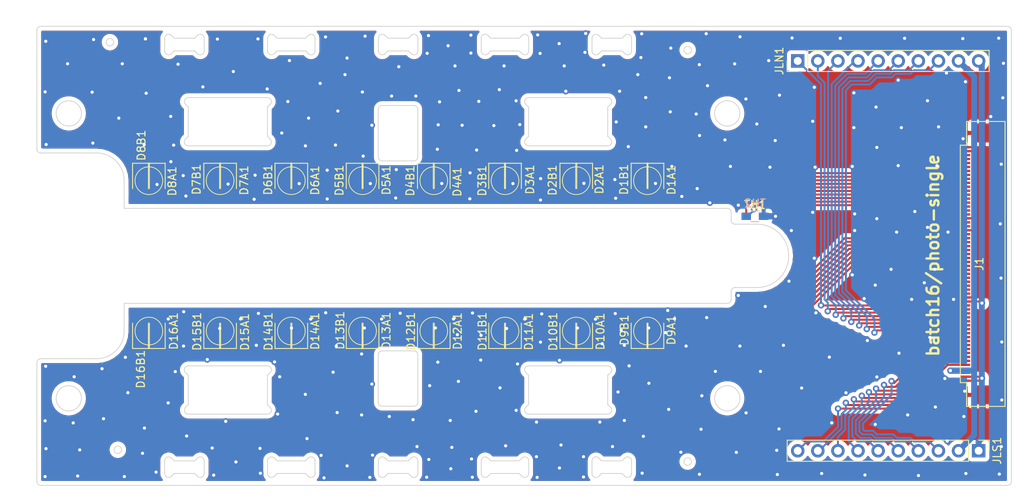
<source format=kicad_pcb>
(kicad_pcb (version 20171130) (host pcbnew "(5.1.6-0-10_14)")
  (layers (0 F.Cu signal) (31 B.Cu signal) (34 B.Paste user) (35 F.Paste user) (36 B.SilkS user) (37 F.SilkS user) (38 B.Mask user) (39 F.Mask user) (44 Edge.Cuts user))
  (net 0 "")
  (net 1 GNDA)
  (net 2 /S_PD_OUT1)
  (net 3 /S_PD_OUT3)
  (net 4 /S_PD_OUT5)
  (net 5 /S_PD_OUT7)
  (net 6 /S_PD_OUT9)
  (net 7 /S_PD_OUT11)
  (net 8 /S_PD_OUT13)
  (net 9 /S_PD_OUT15)
  (net 10 /N_PD_OUT1)
  (net 11 /N_PD_OUT3)
  (net 12 /N_PD_OUT5)
  (net 13 /N_PD_OUT7)
  (net 14 /N_PD_OUT9)
  (net 15 /N_PD_OUT11)
  (net 16 /N_PD_OUT13)
  (net 17 /N_PD_OUT15)
  (net 18 GNDL)
  (net 19 VCCL)
  (net 20 /N_LED_OUT9)
  (net 21 /N_LED_OUT10)
  (net 22 /N_LED_OUT11)
  (net 23 /N_LED_OUT12)
  (net 24 /N_LED_OUT13)
  (net 25 /N_LED_OUT14)
  (net 26 /N_LED_OUT15)
  (net 27 /N_LED_OUT16)
  (net 28 /S_LED_OUT2)
  (net 29 /S_LED_OUT1)
  (net 30 /S_LED_OUT4)
  (net 31 /S_LED_OUT3)
  (net 32 /S_LED_OUT7)
  (net 33 /S_LED_OUT8)
  (net 34 /S_LED_OUT6)
  (net 35 /S_LED_OUT5)
  (net 36 "Net-(J1-Pad40)")
  (net 37 "Net-(J1-Pad41)")
  (net 38 "Net-(D10A1-Pad1)")
  (net 39 "Net-(D11A1-Pad1)")
  (net 40 "Net-(D12A1-Pad1)")
  (net 41 "Net-(D13A1-Pad1)")
  (net 42 "Net-(D14A1-Pad1)")
  (net 43 "Net-(D15A1-Pad1)")
  (net 44 "Net-(D16A1-Pad1)")
  (net 45 "Net-(D1A1-Pad1)")
  (net 46 "Net-(D2A1-Pad1)")
  (net 47 "Net-(D3A1-Pad1)")
  (net 48 "Net-(D4A1-Pad1)")
  (net 49 "Net-(D5A1-Pad1)")
  (net 50 "Net-(D6A1-Pad1)")
  (net 51 "Net-(D7A1-Pad1)")
  (net 52 "Net-(D8A1-Pad1)")
  (net 53 "Net-(D9A1-Pad1)")
  (module Pin_Headers:Pin_Header_Straight_1x10_Pitch2.54mm (layer F.Cu) (at 203.765 124.628 270)
    (fp_text reference JLS1 (at 0 -2.33 90) (layer F.SilkS))
    (fp_text value Conn_01x10_Male)
    (pad 10 thru_hole oval (at 0 22.86 270) (size 1.7 1.7) (drill 1) (layers *.Cu *.Mask) (net 33 /S_LED_OUT8))
    (pad 9 thru_hole oval (at 0 20.32 270) (size 1.7 1.7) (drill 1) (layers *.Cu *.Mask) (net 32 /S_LED_OUT7))
    (pad 8 thru_hole oval (at 0 17.78 270) (size 1.7 1.7) (drill 1) (layers *.Cu *.Mask) (net 34 /S_LED_OUT6))
    (pad 7 thru_hole oval (at 0 15.24 270) (size 1.7 1.7) (drill 1) (layers *.Cu *.Mask) (net 35 /S_LED_OUT5))
    (pad 6 thru_hole oval (at 0 12.7 270) (size 1.7 1.7) (drill 1) (layers *.Cu *.Mask) (net 30 /S_LED_OUT4))
    (pad 5 thru_hole oval (at 0 10.16 270) (size 1.7 1.7) (drill 1) (layers *.Cu *.Mask) (net 31 /S_LED_OUT3))
    (pad 4 thru_hole oval (at 0 7.62 270) (size 1.7 1.7) (drill 1) (layers *.Cu *.Mask) (net 28 /S_LED_OUT2))
    (pad 3 thru_hole oval (at 0 5.08 270) (size 1.7 1.7) (drill 1) (layers *.Cu *.Mask) (net 29 /S_LED_OUT1))
    (pad 2 thru_hole oval (at 0 2.54 270) (size 1.7 1.7) (drill 1) (layers *.Cu *.Mask) (net 19 VCCL))
    (pad 1 thru_hole rect (at 0 0 270) (size 1.7 1.7) (drill 1) (layers *.Cu *.Mask) (net 18 GNDL))
  )
  (module Diodes_SMD:D_1206 (layer F.Cu) (at 162.921211 90.502066 270)
    (fp_text reference D1A1 (at -0.082066 -2.018789 270) (layer F.SilkS))
    (fp_text value D_Photo)
    (pad 1 smd rect (at -1.5 0 270) (size 1 1.6) (layers F.Cu F.Paste F.Mask) (net 45 "Net-(D1A1-Pad1)"))
    (pad 2 smd rect (at 1.5 0 270) (size 1 1.6) (layers F.Cu F.Paste F.Mask) (net 1 GNDA))
  )
  (module Diodes_SMD:D_1206 (layer F.Cu) (at 108.921211 109.501633 90)
    (fp_text reference D15A1 (at -0.108367 2.128789 90) (layer F.SilkS))
    (fp_text value D_Photo)
    (pad 1 smd rect (at -1.5 0 90) (size 1 1.6) (layers F.Cu F.Paste F.Mask) (net 43 "Net-(D15A1-Pad1)"))
    (pad 2 smd rect (at 1.5 0 90) (size 1 1.6) (layers F.Cu F.Paste F.Mask) (net 1 GNDA))
  )
  (module Diodes_SMD:D_1206 (layer F.Cu) (at 162.921211 109.501633 90)
    (fp_text reference D9A1 (at 0.121633 2.008789 270) (layer F.SilkS))
    (fp_text value D_Photo)
    (pad 2 smd rect (at 1.5 0 90) (size 1 1.6) (layers F.Cu F.Paste F.Mask) (net 1 GNDA))
    (pad 1 smd rect (at -1.5 0 90) (size 1 1.6) (layers F.Cu F.Paste F.Mask) (net 53 "Net-(D9A1-Pad1)"))
  )
  (module Diodes_SMD:D_1206 (layer F.Cu) (at 160.921211 109.501633 90)
    (fp_text reference D9B1 (at 0.121633 -1.911211 270) (layer F.SilkS))
    (fp_text value D_Photo)
    (pad 1 smd rect (at -1.5 0 90) (size 1 1.6) (layers F.Cu F.Paste F.Mask) (net 2 /S_PD_OUT1))
    (pad 2 smd rect (at 1.5 0 90) (size 1 1.6) (layers F.Cu F.Paste F.Mask) (net 53 "Net-(D9A1-Pad1)"))
  )
  (module Diodes_SMD:D_1206 (layer F.Cu) (at 153.921211 109.501633 90)
    (fp_text reference D10A1 (at -0.048367 2.048789 90) (layer F.SilkS))
    (fp_text value D_Photo)
    (pad 2 smd rect (at 1.5 0 90) (size 1 1.6) (layers F.Cu F.Paste F.Mask) (net 1 GNDA))
    (pad 1 smd rect (at -1.5 0 90) (size 1 1.6) (layers F.Cu F.Paste F.Mask) (net 38 "Net-(D10A1-Pad1)"))
  )
  (module Diodes_SMD:D_1206 (layer F.Cu) (at 151.921211 109.501633 90)
    (fp_text reference D10B1 (at -0.078367 -1.921211 90) (layer F.SilkS))
    (fp_text value D_Photo)
    (pad 1 smd rect (at -1.5 0 90) (size 1 1.6) (layers F.Cu F.Paste F.Mask) (net 3 /S_PD_OUT3))
    (pad 2 smd rect (at 1.5 0 90) (size 1 1.6) (layers F.Cu F.Paste F.Mask) (net 38 "Net-(D10A1-Pad1)"))
  )
  (module Diodes_SMD:D_1206 (layer F.Cu) (at 144.921211 109.501633 90)
    (fp_text reference D11A1 (at -0.078367 1.998789 90) (layer F.SilkS))
    (fp_text value D_Photo)
    (pad 2 smd rect (at 1.5 0 90) (size 1 1.6) (layers F.Cu F.Paste F.Mask) (net 1 GNDA))
    (pad 1 smd rect (at -1.5 0 90) (size 1 1.6) (layers F.Cu F.Paste F.Mask) (net 39 "Net-(D11A1-Pad1)"))
  )
  (module Diodes_SMD:D_1206 (layer F.Cu) (at 142.921211 109.501633 90)
    (fp_text reference D11B1 (at -0.038367 -1.861211 90) (layer F.SilkS))
    (fp_text value D_Photo)
    (pad 1 smd rect (at -1.5 0 90) (size 1 1.6) (layers F.Cu F.Paste F.Mask) (net 4 /S_PD_OUT5))
    (pad 2 smd rect (at 1.5 0 90) (size 1 1.6) (layers F.Cu F.Paste F.Mask) (net 39 "Net-(D11A1-Pad1)"))
  )
  (module Diodes_SMD:D_1206 (layer F.Cu) (at 135.921211 109.501633 90)
    (fp_text reference D12A1 (at -0.008367 2.008789 90) (layer F.SilkS))
    (fp_text value D_Photo)
    (pad 2 smd rect (at 1.5 0 90) (size 1 1.6) (layers F.Cu F.Paste F.Mask) (net 1 GNDA))
    (pad 1 smd rect (at -1.5 0 90) (size 1 1.6) (layers F.Cu F.Paste F.Mask) (net 40 "Net-(D12A1-Pad1)"))
  )
  (module Diodes_SMD:D_1206 (layer F.Cu) (at 117.921211 109.501633 90)
    (fp_text reference D14A1 (at -0.018367 1.998789 90) (layer F.SilkS))
    (fp_text value D_Photo)
    (pad 1 smd rect (at -1.5 0 90) (size 1 1.6) (layers F.Cu F.Paste F.Mask) (net 42 "Net-(D14A1-Pad1)"))
    (pad 2 smd rect (at 1.5 0 90) (size 1 1.6) (layers F.Cu F.Paste F.Mask) (net 1 GNDA))
  )
  (module Diodes_SMD:D_1206 (layer F.Cu) (at 106.921211 109.501633 90)
    (fp_text reference D15B1 (at -0.058367 -1.911211 90) (layer F.SilkS))
    (fp_text value D_Photo)
    (pad 2 smd rect (at 1.5 0 90) (size 1 1.6) (layers F.Cu F.Paste F.Mask) (net 43 "Net-(D15A1-Pad1)"))
    (pad 1 smd rect (at -1.5 0 90) (size 1 1.6) (layers F.Cu F.Paste F.Mask) (net 8 /S_PD_OUT13))
  )
  (module Diodes_SMD:D_1206 (layer F.Cu) (at 115.921211 109.501633 90)
    (fp_text reference D14B1 (at -0.048367 -1.901211 90) (layer F.SilkS))
    (fp_text value D_Photo)
    (pad 2 smd rect (at 1.5 0 90) (size 1 1.6) (layers F.Cu F.Paste F.Mask) (net 42 "Net-(D14A1-Pad1)"))
    (pad 1 smd rect (at -1.5 0 90) (size 1 1.6) (layers F.Cu F.Paste F.Mask) (net 7 /S_PD_OUT11))
  )
  (module Diodes_SMD:D_1206 (layer F.Cu) (at 126.921211 109.501633 90)
    (fp_text reference D13A1 (at 0.051633 2.008789 90) (layer F.SilkS))
    (fp_text value D_Photo)
    (pad 1 smd rect (at -1.5 0 90) (size 1 1.6) (layers F.Cu F.Paste F.Mask) (net 41 "Net-(D13A1-Pad1)"))
    (pad 2 smd rect (at 1.5 0 90) (size 1 1.6) (layers F.Cu F.Paste F.Mask) (net 1 GNDA))
  )
  (module Diodes_SMD:D_1206 (layer F.Cu) (at 124.921211 109.501633 90)
    (fp_text reference D13B1 (at 0.081633 -1.831211 90) (layer F.SilkS))
    (fp_text value D_Photo)
    (pad 2 smd rect (at 1.5 0 90) (size 1 1.6) (layers F.Cu F.Paste F.Mask) (net 41 "Net-(D13A1-Pad1)"))
    (pad 1 smd rect (at -1.5 0 90) (size 1 1.6) (layers F.Cu F.Paste F.Mask) (net 6 /S_PD_OUT9))
  )
  (module Diodes_SMD:D_1206 (layer F.Cu) (at 99.921211 109.501633 90)
    (fp_text reference D16A1 (at -0.008367 2.138789 90) (layer F.SilkS))
    (fp_text value D_Photo)
    (pad 1 smd rect (at -1.5 0 90) (size 1 1.6) (layers F.Cu F.Paste F.Mask) (net 44 "Net-(D16A1-Pad1)"))
    (pad 2 smd rect (at 1.5 0 90) (size 1 1.6) (layers F.Cu F.Paste F.Mask) (net 1 GNDA))
  )
  (module Diodes_SMD:D_1206 (layer F.Cu) (at 133.921211 109.501633 90)
    (fp_text reference D12B1 (at -0.038367 -1.901211 90) (layer F.SilkS))
    (fp_text value D_Photo)
    (pad 1 smd rect (at -1.5 0 90) (size 1 1.6) (layers F.Cu F.Paste F.Mask) (net 5 /S_PD_OUT7))
    (pad 2 smd rect (at 1.5 0 90) (size 1 1.6) (layers F.Cu F.Paste F.Mask) (net 40 "Net-(D12A1-Pad1)"))
  )
  (module Diodes_SMD:D_1206 (layer F.Cu) (at 97.921211 109.501633 90)
    (fp_text reference D16B1 (at -4.818367 -0.031211 90) (layer F.SilkS))
    (fp_text value D_Photo)
    (pad 2 smd rect (at 1.5 0 90) (size 1 1.6) (layers F.Cu F.Paste F.Mask) (net 44 "Net-(D16A1-Pad1)"))
    (pad 1 smd rect (at -1.5 0 90) (size 1 1.6) (layers F.Cu F.Paste F.Mask) (net 9 /S_PD_OUT15))
  )
  (module Diodes_SMD:D_1206 (layer F.Cu) (at 160.921211 90.502066 270)
    (fp_text reference D1B1 (at -0.152066 1.971211 270) (layer F.SilkS))
    (fp_text value D_Photo)
    (pad 2 smd rect (at 1.5 0 270) (size 1 1.6) (layers F.Cu F.Paste F.Mask) (net 45 "Net-(D1A1-Pad1)"))
    (pad 1 smd rect (at -1.5 0 270) (size 1 1.6) (layers F.Cu F.Paste F.Mask) (net 10 /N_PD_OUT1))
  )
  (module Diodes_SMD:D_1206 (layer F.Cu) (at 99.921211 90.502066 270)
    (fp_text reference D8A1 (at 0.057934 -1.948789 90) (layer F.SilkS))
    (fp_text value D_Photo)
    (pad 2 smd rect (at 1.5 0 270) (size 1 1.6) (layers F.Cu F.Paste F.Mask) (net 1 GNDA))
    (pad 1 smd rect (at -1.5 0 270) (size 1 1.6) (layers F.Cu F.Paste F.Mask) (net 52 "Net-(D8A1-Pad1)"))
  )
  (module Diodes_SMD:D_1206 (layer F.Cu) (at 135.921211 90.502066 270)
    (fp_text reference D4A1 (at 0.137934 -1.968789 90) (layer F.SilkS))
    (fp_text value D_Photo)
    (pad 1 smd rect (at -1.5 0 270) (size 1 1.6) (layers F.Cu F.Paste F.Mask) (net 48 "Net-(D4A1-Pad1)"))
    (pad 2 smd rect (at 1.5 0 270) (size 1 1.6) (layers F.Cu F.Paste F.Mask) (net 1 GNDA))
  )
  (module Diodes_SMD:D_1206 (layer F.Cu) (at 115.921211 90.502066 270)
    (fp_text reference D6B1 (at -0.122066 1.941211 90) (layer F.SilkS))
    (fp_text value D_Photo)
    (pad 1 smd rect (at -1.5 0 270) (size 1 1.6) (layers F.Cu F.Paste F.Mask) (net 15 /N_PD_OUT11))
    (pad 2 smd rect (at 1.5 0 270) (size 1 1.6) (layers F.Cu F.Paste F.Mask) (net 50 "Net-(D6A1-Pad1)"))
  )
  (module Diodes_SMD:D_1206 (layer F.Cu) (at 117.921211 90.502066 270)
    (fp_text reference D6A1 (at -0.042066 -1.998789 90) (layer F.SilkS))
    (fp_text value D_Photo)
    (pad 2 smd rect (at 1.5 0 270) (size 1 1.6) (layers F.Cu F.Paste F.Mask) (net 1 GNDA))
    (pad 1 smd rect (at -1.5 0 270) (size 1 1.6) (layers F.Cu F.Paste F.Mask) (net 50 "Net-(D6A1-Pad1)"))
  )
  (module Diodes_SMD:D_1206 (layer F.Cu) (at 142.921211 90.502066 270)
    (fp_text reference D3B1 (at 0.007934 1.881211 90) (layer F.SilkS))
    (fp_text value D_Photo)
    (pad 2 smd rect (at 1.5 0 270) (size 1 1.6) (layers F.Cu F.Paste F.Mask) (net 47 "Net-(D3A1-Pad1)"))
    (pad 1 smd rect (at -1.5 0 270) (size 1 1.6) (layers F.Cu F.Paste F.Mask) (net 12 /N_PD_OUT5))
  )
  (module Diodes_SMD:D_1206 (layer F.Cu) (at 106.921211 90.502066 270)
    (fp_text reference D7B1 (at -0.162066 1.981211 90) (layer F.SilkS))
    (fp_text value D_Photo)
    (pad 1 smd rect (at -1.5 0 270) (size 1 1.6) (layers F.Cu F.Paste F.Mask) (net 16 /N_PD_OUT13))
    (pad 2 smd rect (at 1.5 0 270) (size 1 1.6) (layers F.Cu F.Paste F.Mask) (net 51 "Net-(D7A1-Pad1)"))
  )
  (module Diodes_SMD:D_1206 (layer F.Cu) (at 124.921211 90.502066 270)
    (fp_text reference D5B1 (at -0.022066 1.931211 90) (layer F.SilkS))
    (fp_text value D_Photo)
    (pad 1 smd rect (at -1.5 0 270) (size 1 1.6) (layers F.Cu F.Paste F.Mask) (net 14 /N_PD_OUT9))
    (pad 2 smd rect (at 1.5 0 270) (size 1 1.6) (layers F.Cu F.Paste F.Mask) (net 49 "Net-(D5A1-Pad1)"))
  )
  (module Diodes_SMD:D_1206 (layer F.Cu) (at 133.921211 90.502066 270)
    (fp_text reference D4B1 (at 0.007934 1.971211 90) (layer F.SilkS))
    (fp_text value D_Photo)
    (pad 2 smd rect (at 1.5 0 270) (size 1 1.6) (layers F.Cu F.Paste F.Mask) (net 48 "Net-(D4A1-Pad1)"))
    (pad 1 smd rect (at -1.5 0 270) (size 1 1.6) (layers F.Cu F.Paste F.Mask) (net 13 /N_PD_OUT7))
  )
  (module Diodes_SMD:D_1206 (layer F.Cu) (at 126.921211 90.502066 270)
    (fp_text reference D5A1 (at -0.062066 -2.008789 90) (layer F.SilkS))
    (fp_text value D_Photo)
    (pad 2 smd rect (at 1.5 0 270) (size 1 1.6) (layers F.Cu F.Paste F.Mask) (net 1 GNDA))
    (pad 1 smd rect (at -1.5 0 270) (size 1 1.6) (layers F.Cu F.Paste F.Mask) (net 49 "Net-(D5A1-Pad1)"))
  )
  (module Diodes_SMD:D_1206 (layer F.Cu) (at 153.921211 90.502066 270)
    (fp_text reference D2A1 (at -0.182066 -1.918789 90) (layer F.SilkS))
    (fp_text value D_Photo)
    (pad 1 smd rect (at -1.5 0 270) (size 1 1.6) (layers F.Cu F.Paste F.Mask) (net 46 "Net-(D2A1-Pad1)"))
    (pad 2 smd rect (at 1.5 0 270) (size 1 1.6) (layers F.Cu F.Paste F.Mask) (net 1 GNDA))
  )
  (module Diodes_SMD:D_1206 (layer F.Cu) (at 144.921211 90.502066 270)
    (fp_text reference D3A1 (at -0.152066 -2.158789 90) (layer F.SilkS))
    (fp_text value D_Photo)
    (pad 1 smd rect (at -1.5 0 270) (size 1 1.6) (layers F.Cu F.Paste F.Mask) (net 47 "Net-(D3A1-Pad1)"))
    (pad 2 smd rect (at 1.5 0 270) (size 1 1.6) (layers F.Cu F.Paste F.Mask) (net 1 GNDA))
  )
  (module Diodes_SMD:D_1206 (layer F.Cu) (at 151.921211 90.502066 270)
    (fp_text reference D2B1 (at -0.062066 2.001211 90) (layer F.SilkS))
    (fp_text value D_Photo)
    (pad 2 smd rect (at 1.5 0 270) (size 1 1.6) (layers F.Cu F.Paste F.Mask) (net 46 "Net-(D2A1-Pad1)"))
    (pad 1 smd rect (at -1.5 0 270) (size 1 1.6) (layers F.Cu F.Paste F.Mask) (net 11 /N_PD_OUT3))
  )
  (module Diodes_SMD:D_1206 (layer F.Cu) (at 97.921211 90.502066 270)
    (fp_text reference D8B1 (at -4.462066 -0.048789 90) (layer F.SilkS))
    (fp_text value D_Photo)
    (pad 1 smd rect (at -1.5 0 270) (size 1 1.6) (layers F.Cu F.Paste F.Mask) (net 17 /N_PD_OUT15))
    (pad 2 smd rect (at 1.5 0 270) (size 1 1.6) (layers F.Cu F.Paste F.Mask) (net 52 "Net-(D8A1-Pad1)"))
  )
  (module Diodes_SMD:D_1206 (layer F.Cu) (at 108.921211 90.502066 270)
    (fp_text reference D7A1 (at -0.042066 -2.038789 90) (layer F.SilkS))
    (fp_text value D_Photo)
    (pad 2 smd rect (at 1.5 0 270) (size 1 1.6) (layers F.Cu F.Paste F.Mask) (net 1 GNDA))
    (pad 1 smd rect (at -1.5 0 270) (size 1 1.6) (layers F.Cu F.Paste F.Mask) (net 51 "Net-(D7A1-Pad1)"))
  )
  (module Resistors_SMD:R_0603_HandSoldering (layer B.Cu) (at 175.5 95)
    (fp_text reference TH2 (at 0.01 -1.64) (layer B.SilkS) (effects (justify mirror)))
    (fp_text value Thermistor)
    (pad 1 smd rect (at -1.1 0) (size 1.2 0.9) (layers B.Cu B.Paste B.Mask) (net 36 "Net-(J1-Pad40)"))
    (pad 2 smd rect (at 1.1 0) (size 1.2 0.9) (layers B.Cu B.Paste B.Mask) (net 1 GNDA))
  )
  (module Resistors_SMD:R_0603_HandSoldering (layer F.Cu) (at 175.5 95)
    (fp_text reference TH1 (at 0 -1.45) (layer F.SilkS))
    (fp_text value Thermistor)
    (pad 2 smd rect (at 1.1 0) (size 1.2 0.9) (layers F.Cu F.Paste F.Mask) (net 1 GNDA))
    (pad 1 smd rect (at -1.1 0) (size 1.2 0.9) (layers F.Cu F.Paste F.Mask) (net 37 "Net-(J1-Pad41)"))
  )
  (module Ninja-qPCR:FFC_60_Ali_HUISHUNFA (layer F.Cu) (at 202.074 115.77 90)
    (fp_text reference J1 (at 14.75 1.775 90) (layer F.SilkS))
    (fp_text value Conn_01x60_Male)
    (pad 1 smd rect (at 0 0 90) (size 0.3 1.25) (layers F.Cu F.Paste F.Mask) (net 18 GNDL))
    (pad 2 smd rect (at 0.5 0 90) (size 0.3 1.25) (layers F.Cu F.Paste F.Mask) (net 18 GNDL))
    (pad 3 smd rect (at 1 0 90) (size 0.3 1.25) (layers F.Cu F.Paste F.Mask) (net 19 VCCL))
    (pad 4 smd rect (at 1.5 0 90) (size 0.3 1.25) (layers F.Cu F.Paste F.Mask) (net 19 VCCL))
    (pad 5 smd rect (at 2 0 90) (size 0.3 1.25) (layers F.Cu F.Paste F.Mask) (net 33 /S_LED_OUT8))
    (pad 6 smd rect (at 2.5 0 90) (size 0.3 1.25) (layers F.Cu F.Paste F.Mask) (net 32 /S_LED_OUT7))
    (pad 7 smd rect (at 3 0 90) (size 0.3 1.25) (layers F.Cu F.Paste F.Mask) (net 34 /S_LED_OUT6))
    (pad 8 smd rect (at 3.5 0 90) (size 0.3 1.25) (layers F.Cu F.Paste F.Mask) (net 35 /S_LED_OUT5))
    (pad 9 smd rect (at 4 0 90) (size 0.3 1.25) (layers F.Cu F.Paste F.Mask) (net 30 /S_LED_OUT4))
    (pad 10 smd rect (at 4.5 0 90) (size 0.3 1.25) (layers F.Cu F.Paste F.Mask) (net 31 /S_LED_OUT3))
    (pad 11 smd rect (at 5 0 90) (size 0.3 1.25) (layers F.Cu F.Paste F.Mask) (net 28 /S_LED_OUT2))
    (pad 12 smd rect (at 5.5 0 90) (size 0.3 1.25) (layers F.Cu F.Paste F.Mask) (net 29 /S_LED_OUT1))
    (pad 13 smd rect (at 6 0 90) (size 0.3 1.25) (layers F.Cu F.Paste F.Mask) (net 20 /N_LED_OUT9))
    (pad 14 smd rect (at 6.5 0 90) (size 0.3 1.25) (layers F.Cu F.Paste F.Mask) (net 21 /N_LED_OUT10))
    (pad 15 smd rect (at 7 0 90) (size 0.3 1.25) (layers F.Cu F.Paste F.Mask) (net 22 /N_LED_OUT11))
    (pad 16 smd rect (at 7.5 0 90) (size 0.3 1.25) (layers F.Cu F.Paste F.Mask) (net 23 /N_LED_OUT12))
    (pad 17 smd rect (at 8 0 90) (size 0.3 1.25) (layers F.Cu F.Paste F.Mask) (net 24 /N_LED_OUT13))
    (pad 18 smd rect (at 8.5 0 90) (size 0.3 1.25) (layers F.Cu F.Paste F.Mask) (net 25 /N_LED_OUT14))
    (pad 19 smd rect (at 9 0 90) (size 0.3 1.25) (layers F.Cu F.Paste F.Mask) (net 26 /N_LED_OUT15))
    (pad 20 smd rect (at 9.5 0 90) (size 0.3 1.25) (layers F.Cu F.Paste F.Mask) (net 27 /N_LED_OUT16))
    (pad 21 smd rect (at 10 0 90) (size 0.3 1.25) (layers F.Cu F.Paste F.Mask) (net 18 GNDL))
    (pad 22 smd rect (at 10.5 0 90) (size 0.3 1.25) (layers F.Cu F.Paste F.Mask) (net 1 GNDA))
    (pad 23 smd rect (at 11 0 90) (size 0.3 1.25) (layers F.Cu F.Paste F.Mask) (net 9 /S_PD_OUT15))
    (pad 24 smd rect (at 11.5 0 90) (size 0.3 1.25) (layers F.Cu F.Paste F.Mask) (net 9 /S_PD_OUT15))
    (pad 25 smd rect (at 12 0 90) (size 0.3 1.25) (layers F.Cu F.Paste F.Mask) (net 8 /S_PD_OUT13))
    (pad 26 smd rect (at 12.5 0 90) (size 0.3 1.25) (layers F.Cu F.Paste F.Mask) (net 8 /S_PD_OUT13))
    (pad 27 smd rect (at 13 0 90) (size 0.3 1.25) (layers F.Cu F.Paste F.Mask) (net 7 /S_PD_OUT11))
    (pad 28 smd rect (at 13.5 0 90) (size 0.3 1.25) (layers F.Cu F.Paste F.Mask) (net 7 /S_PD_OUT11))
    (pad 29 smd rect (at 14 0 90) (size 0.3 1.25) (layers F.Cu F.Paste F.Mask) (net 6 /S_PD_OUT9))
    (pad 30 smd rect (at 14.5 0 90) (size 0.3 1.25) (layers F.Cu F.Paste F.Mask) (net 6 /S_PD_OUT9))
    (pad 31 smd rect (at 15 0 90) (size 0.3 1.25) (layers F.Cu F.Paste F.Mask) (net 5 /S_PD_OUT7))
    (pad 32 smd rect (at 15.5 0 90) (size 0.3 1.25) (layers F.Cu F.Paste F.Mask) (net 5 /S_PD_OUT7))
    (pad 33 smd rect (at 16 0 90) (size 0.3 1.25) (layers F.Cu F.Paste F.Mask) (net 4 /S_PD_OUT5))
    (pad 34 smd rect (at 16.5 0 90) (size 0.3 1.25) (layers F.Cu F.Paste F.Mask) (net 4 /S_PD_OUT5))
    (pad 35 smd rect (at 17 0 90) (size 0.3 1.25) (layers F.Cu F.Paste F.Mask) (net 3 /S_PD_OUT3))
    (pad 36 smd rect (at 17.5 0 90) (size 0.3 1.25) (layers F.Cu F.Paste F.Mask) (net 3 /S_PD_OUT3))
    (pad 37 smd rect (at 18 0 90) (size 0.3 1.25) (layers F.Cu F.Paste F.Mask) (net 2 /S_PD_OUT1))
    (pad 38 smd rect (at 18.5 0 90) (size 0.3 1.25) (layers F.Cu F.Paste F.Mask) (net 2 /S_PD_OUT1))
    (pad 39 smd rect (at 19 0 90) (size 0.3 1.25) (layers F.Cu F.Paste F.Mask) (net 1 GNDA))
    (pad 40 smd rect (at 19.5 0 90) (size 0.3 1.25) (layers F.Cu F.Paste F.Mask) (net 36 "Net-(J1-Pad40)"))
    (pad 41 smd rect (at 20 0 90) (size 0.3 1.25) (layers F.Cu F.Paste F.Mask) (net 37 "Net-(J1-Pad41)"))
    (pad 42 smd rect (at 20.5 0 90) (size 0.3 1.25) (layers F.Cu F.Paste F.Mask) (net 1 GNDA))
    (pad 43 smd rect (at 21 0 90) (size 0.3 1.25) (layers F.Cu F.Paste F.Mask) (net 10 /N_PD_OUT1))
    (pad 44 smd rect (at 21.5 0 90) (size 0.3 1.25) (layers F.Cu F.Paste F.Mask) (net 10 /N_PD_OUT1))
    (pad 45 smd rect (at 22 0 90) (size 0.3 1.25) (layers F.Cu F.Paste F.Mask) (net 11 /N_PD_OUT3))
    (pad 46 smd rect (at 22.5 0 90) (size 0.3 1.25) (layers F.Cu F.Paste F.Mask) (net 11 /N_PD_OUT3))
    (pad 47 smd rect (at 23 0 90) (size 0.3 1.25) (layers F.Cu F.Paste F.Mask) (net 12 /N_PD_OUT5))
    (pad 48 smd rect (at 23.5 0 90) (size 0.3 1.25) (layers F.Cu F.Paste F.Mask) (net 12 /N_PD_OUT5))
    (pad 49 smd rect (at 24 0 90) (size 0.3 1.25) (layers F.Cu F.Paste F.Mask) (net 13 /N_PD_OUT7))
    (pad 50 smd rect (at 24.5 0 90) (size 0.3 1.25) (layers F.Cu F.Paste F.Mask) (net 13 /N_PD_OUT7))
    (pad 51 smd rect (at 25 0 90) (size 0.3 1.25) (layers F.Cu F.Paste F.Mask) (net 14 /N_PD_OUT9))
    (pad 52 smd rect (at 25.5 0 90) (size 0.3 1.25) (layers F.Cu F.Paste F.Mask) (net 14 /N_PD_OUT9))
    (pad 53 smd rect (at 26 0 90) (size 0.3 1.25) (layers F.Cu F.Paste F.Mask) (net 15 /N_PD_OUT11))
    (pad 54 smd rect (at 26.5 0 90) (size 0.3 1.25) (layers F.Cu F.Paste F.Mask) (net 15 /N_PD_OUT11))
    (pad 55 smd rect (at 27 0 90) (size 0.3 1.25) (layers F.Cu F.Paste F.Mask) (net 16 /N_PD_OUT13))
    (pad 56 smd rect (at 27.5 0 90) (size 0.3 1.25) (layers F.Cu F.Paste F.Mask) (net 16 /N_PD_OUT13))
    (pad 57 smd rect (at 28 0 90) (size 0.3 1.25) (layers F.Cu F.Paste F.Mask) (net 17 /N_PD_OUT15))
    (pad 58 smd rect (at 28.5 0 90) (size 0.3 1.25) (layers F.Cu F.Paste F.Mask) (net 17 /N_PD_OUT15))
    (pad 59 smd rect (at 29 0 90) (size 0.3 1.25) (layers F.Cu F.Paste F.Mask) (net 1 GNDA))
    (pad 60 smd rect (at 29.5 0 90) (size 0.3 1.25) (layers F.Cu F.Paste F.Mask) (net 1 GNDA))
    (pad G1 smd rect (at -1.8 2.325 90) (size 2.4 3) (layers F.Cu F.Paste F.Mask) (net 1 GNDA))
    (pad G2 smd rect (at 31.3 2.325 90) (size 2.4 3) (layers F.Cu F.Paste F.Mask) (net 1 GNDA))
  )
  (module Pin_Headers:Pin_Header_Straight_1x10_Pitch2.54mm (layer F.Cu) (at 180.905 75.372 90)
    (fp_text reference JLN1 (at 0 -2.33 90) (layer F.SilkS))
    (fp_text value Conn_01x10_Male)
    (pad 1 thru_hole rect (at 0 0 90) (size 1.7 1.7) (drill 1) (layers *.Cu *.Mask) (net 27 /N_LED_OUT16))
    (pad 2 thru_hole oval (at 0 2.54 90) (size 1.7 1.7) (drill 1) (layers *.Cu *.Mask) (net 26 /N_LED_OUT15))
    (pad 3 thru_hole oval (at 0 5.08 90) (size 1.7 1.7) (drill 1) (layers *.Cu *.Mask) (net 25 /N_LED_OUT14))
    (pad 4 thru_hole oval (at 0 7.62 90) (size 1.7 1.7) (drill 1) (layers *.Cu *.Mask) (net 24 /N_LED_OUT13))
    (pad 5 thru_hole oval (at 0 10.16 90) (size 1.7 1.7) (drill 1) (layers *.Cu *.Mask) (net 23 /N_LED_OUT12))
    (pad 6 thru_hole oval (at 0 12.7 90) (size 1.7 1.7) (drill 1) (layers *.Cu *.Mask) (net 22 /N_LED_OUT11))
    (pad 7 thru_hole oval (at 0 15.24 90) (size 1.7 1.7) (drill 1) (layers *.Cu *.Mask) (net 21 /N_LED_OUT10))
    (pad 8 thru_hole oval (at 0 17.78 90) (size 1.7 1.7) (drill 1) (layers *.Cu *.Mask) (net 20 /N_LED_OUT9))
    (pad 9 thru_hole oval (at 0 20.32 90) (size 1.7 1.7) (drill 1) (layers *.Cu *.Mask) (net 19 VCCL))
    (pad 10 thru_hole oval (at 0 22.86 90) (size 1.7 1.7) (drill 1) (layers *.Cu *.Mask) (net 18 GNDL))
  )
  (gr_arc (start 128.4 87.5) (end 127.9 87.5) (angle -90) (layer Edge.Cuts) (width 0.1))
  (gr_arc (start 128.4 81.5) (end 128.4 81) (angle -90) (layer Edge.Cuts) (width 0.1))
  (gr_line (start 173 96) (end 175.764 96) (layer Edge.Cuts) (width 0.1))
  (gr_line (start 173 104) (end 175.764 104) (layer Edge.Cuts) (width 0.1))
  (gr_line (start 172.5 104.5) (end 172.5 105.5) (layer Edge.Cuts) (width 0.1))
  (gr_line (start 172.5 94.5) (end 172.5 95.5) (layer Edge.Cuts) (width 0.1))
  (gr_arc (start 173 104.5) (end 173 104) (angle -90) (layer Edge.Cuts) (width 0.1))
  (gr_arc (start 173 95.5) (end 172.5 95.5) (angle -90) (layer Edge.Cuts) (width 0.1))
  (gr_arc (start 175.764 100) (end 175.764 96) (angle 180) (layer Edge.Cuts) (width 0.1))
  (gr_line (start 156.89905 80.001749) (end 146.89905 80.001749) (layer Edge.Cuts) (width 0.1))
  (gr_arc (start 172 105.5) (end 172 106) (angle -90) (layer Edge.Cuts) (width 0.1))
  (gr_arc (start 172 94.5) (end 172.5 94.5) (angle -90) (layer Edge.Cuts) (width 0.1))
  (gr_line (start 84.764 71.5) (end 84.764 86.5) (layer Edge.Cuts) (width 0.1))
  (gr_arc (start 85.264 113.5) (end 85.264 113) (angle -90) (layer Edge.Cuts) (width 0.1))
  (gr_arc (start 85.264 86.5) (end 84.764 86.5) (angle -90) (layer Edge.Cuts) (width 0.1))
  (gr_circle (center 95 124.5) (end 94.525 124.5) (layer Edge.Cuts) (width 0.1))
  (gr_circle (center 167 126) (end 166.525 126) (layer Edge.Cuts) (width 0.1))
  (gr_circle (center 167 74) (end 166.525 74) (layer Edge.Cuts) (width 0.1))
  (gr_circle (center 94 73) (end 93.525 73) (layer Edge.Cuts) (width 0.1))
  (gr_text batch16/photo-single (at 198 99.94 90) (layer F.SilkS) (effects (font (size 1.5 1.5) (thickness 0.3))))
  (gr_line (start 127.9 87.5) (end 127.9 81.5) (layer Edge.Cuts) (width 0.1))
  (gr_line (start 132.9 87.5) (end 132.9 81.5) (layer Edge.Cuts) (width 0.1))
  (gr_line (start 128.4 81) (end 132.4 81) (layer Edge.Cuts) (width 0.1))
  (gr_arc (start 132.4 81.5) (end 132.9 81.5) (angle -90) (layer Edge.Cuts) (width 0.1))
  (gr_line (start 132.4 88) (end 128.4 88) (layer Edge.Cuts) (width 0.1))
  (gr_arc (start 132.4 87.5) (end 132.4 88) (angle -90) (layer Edge.Cuts) (width 0.1))
  (gr_line (start 132.9 118.5) (end 132.9 112.5) (layer Edge.Cuts) (width 0.1))
  (gr_line (start 127.9 118.5) (end 127.9 112.5) (layer Edge.Cuts) (width 0.1))
  (gr_line (start 132.4 119) (end 128.4 119) (layer Edge.Cuts) (width 0.1))
  (gr_arc (start 128.4 118.5) (end 127.9 118.5) (angle -90) (layer Edge.Cuts) (width 0.1))
  (gr_arc (start 132.4 118.5) (end 132.4 119) (angle -90) (layer Edge.Cuts) (width 0.1))
  (gr_arc (start 132.4 112.5) (end 132.9 112.5) (angle -90) (layer Edge.Cuts) (width 0.1))
  (gr_arc (start 128.4 112.5) (end 128.4 112) (angle -90) (layer Edge.Cuts) (width 0.1))
  (gr_line (start 128.4 112) (end 132.4 112) (layer Edge.Cuts) (width 0.1))
  (gr_line (start 146.89905 119.998251) (end 156.89905 119.998251) (layer Edge.Cuts) (width 0.1))
  (gr_line (start 156.89905 113.898251) (end 146.89905 113.898251) (layer Edge.Cuts) (width 0.1))
  (gr_arc (start 207.399 128.5) (end 207.399 129) (angle -90) (layer Edge.Cuts) (width 0.1))
  (gr_line (start 113.89905 113.898251) (end 103.89905 113.898251) (layer Edge.Cuts) (width 0.1))
  (gr_arc (start 113.89905 114.398251) (end 114.252604 114.751805) (angle -135) (layer Edge.Cuts) (width 0.1))
  (gr_line (start 113.89905 115.105358) (end 114.252604 114.751805) (layer Edge.Cuts) (width 0.1))
  (gr_line (start 113.89905 118.791145) (end 113.89905 115.105358) (layer Edge.Cuts) (width 0.1))
  (gr_line (start 114.252604 119.144698) (end 113.89905 118.791145) (layer Edge.Cuts) (width 0.1))
  (gr_arc (start 113.89905 119.498251) (end 113.89905 119.998251) (angle -135) (layer Edge.Cuts) (width 0.1))
  (gr_arc (start 132.41405 127.498251) (end 132.060497 127.851805) (angle -135) (layer Edge.Cuts) (width 0.1))
  (gr_line (start 131.706944 127.498251) (end 132.060497 127.851805) (layer Edge.Cuts) (width 0.1))
  (gr_arc (start 101.41405 125.898251) (end 101.767604 125.544698) (angle -135) (layer Edge.Cuts) (width 0.1))
  (gr_arc (start 101.41405 127.498251) (end 100.91405 127.498251) (angle -135) (layer Edge.Cuts) (width 0.1))
  (gr_line (start 101.767604 127.851805) (end 102.121157 127.498251) (layer Edge.Cuts) (width 0.1))
  (gr_line (start 102.121157 125.898251) (end 101.767604 125.544698) (layer Edge.Cuts) (width 0.1))
  (gr_arc (start 141.41405 127.498251) (end 140.91405 127.498251) (angle -135) (layer Edge.Cuts) (width 0.1))
  (gr_line (start 140.91405 125.898251) (end 140.91405 127.498251) (layer Edge.Cuts) (width 0.1))
  (gr_line (start 102.121157 127.498251) (end 104.706944 127.498251) (layer Edge.Cuts) (width 0.1))
  (gr_line (start 156.121157 125.898251) (end 155.767604 125.544698) (layer Edge.Cuts) (width 0.1))
  (gr_line (start 158.706944 125.898251) (end 156.121157 125.898251) (layer Edge.Cuts) (width 0.1))
  (gr_line (start 159.060497 125.544698) (end 158.706944 125.898251) (layer Edge.Cuts) (width 0.1))
  (gr_arc (start 105.41405 127.498251) (end 105.060497 127.851805) (angle -135) (layer Edge.Cuts) (width 0.1))
  (gr_line (start 104.706944 127.498251) (end 105.060497 127.851805) (layer Edge.Cuts) (width 0.1))
  (gr_line (start 100.91405 125.898251) (end 100.91405 127.498251) (layer Edge.Cuts) (width 0.1))
  (gr_arc (start 155.41405 127.498251) (end 154.91405 127.498251) (angle -135) (layer Edge.Cuts) (width 0.1))
  (gr_line (start 154.91405 125.898251) (end 154.91405 127.498251) (layer Edge.Cuts) (width 0.1))
  (gr_arc (start 155.41405 125.898251) (end 155.767604 125.544698) (angle -135) (layer Edge.Cuts) (width 0.1))
  (gr_line (start 142.121157 127.498251) (end 145.706944 127.498251) (layer Edge.Cuts) (width 0.1))
  (gr_line (start 141.767604 127.851805) (end 142.121157 127.498251) (layer Edge.Cuts) (width 0.1))
  (gr_arc (start 103.89905 119.498251) (end 103.545497 119.144698) (angle -135) (layer Edge.Cuts) (width 0.1))
  (gr_line (start 103.89905 118.791145) (end 103.545497 119.144698) (layer Edge.Cuts) (width 0.1))
  (gr_line (start 145.706944 125.898251) (end 142.121157 125.898251) (layer Edge.Cuts) (width 0.1))
  (gr_line (start 146.060497 125.544698) (end 145.706944 125.898251) (layer Edge.Cuts) (width 0.1))
  (gr_line (start 158.706944 127.498251) (end 159.060497 127.851805) (layer Edge.Cuts) (width 0.1))
  (gr_line (start 156.121157 127.498251) (end 158.706944 127.498251) (layer Edge.Cuts) (width 0.1))
  (gr_line (start 155.767604 127.851805) (end 156.121157 127.498251) (layer Edge.Cuts) (width 0.1))
  (gr_line (start 146.545497 114.751805) (end 146.89905 115.105358) (layer Edge.Cuts) (width 0.1))
  (gr_arc (start 146.89905 114.398251) (end 146.89905 113.898251) (angle -135) (layer Edge.Cuts) (width 0.1))
  (gr_arc (start 119.41405 125.898251) (end 119.91405 125.898251) (angle -135) (layer Edge.Cuts) (width 0.1))
  (gr_arc (start 159.41405 127.498251) (end 159.060497 127.851805) (angle -135) (layer Edge.Cuts) (width 0.1))
  (gr_line (start 103.89905 115.105358) (end 103.89905 118.791145) (layer Edge.Cuts) (width 0.1))
  (gr_line (start 103.545497 114.751805) (end 103.89905 115.105358) (layer Edge.Cuts) (width 0.1))
  (gr_arc (start 103.89905 114.398251) (end 103.89905 113.898251) (angle -135) (layer Edge.Cuts) (width 0.1))
  (gr_arc (start 105.41405 125.898251) (end 105.91405 125.898251) (angle -135) (layer Edge.Cuts) (width 0.1))
  (gr_arc (start 146.89905 119.498251) (end 146.545497 119.144698) (angle -135) (layer Edge.Cuts) (width 0.1))
  (gr_line (start 146.89905 118.791145) (end 146.545497 119.144698) (layer Edge.Cuts) (width 0.1))
  (gr_line (start 146.89905 115.105358) (end 146.89905 118.791145) (layer Edge.Cuts) (width 0.1))
  (gr_line (start 105.91405 127.498251) (end 105.91405 125.898251) (layer Edge.Cuts) (width 0.1))
  (gr_arc (start 159.41405 125.898251) (end 159.91405 125.898251) (angle -135) (layer Edge.Cuts) (width 0.1))
  (gr_line (start 159.91405 127.498251) (end 159.91405 125.898251) (layer Edge.Cuts) (width 0.1))
  (gr_arc (start 114.41405 127.498251) (end 113.91405 127.498251) (angle -135) (layer Edge.Cuts) (width 0.1))
  (gr_arc (start 114.41405 125.898251) (end 114.767604 125.544698) (angle -135) (layer Edge.Cuts) (width 0.1))
  (gr_line (start 114.767604 127.851805) (end 115.121157 127.498251) (layer Edge.Cuts) (width 0.1))
  (gr_line (start 105.060497 125.544698) (end 104.706944 125.898251) (layer Edge.Cuts) (width 0.1))
  (gr_arc (start 128.41405 125.898251) (end 128.767604 125.544698) (angle -135) (layer Edge.Cuts) (width 0.1))
  (gr_line (start 129.121157 125.898251) (end 128.767604 125.544698) (layer Edge.Cuts) (width 0.1))
  (gr_line (start 131.706944 125.898251) (end 129.121157 125.898251) (layer Edge.Cuts) (width 0.1))
  (gr_line (start 132.060497 125.544698) (end 131.706944 125.898251) (layer Edge.Cuts) (width 0.1))
  (gr_arc (start 146.41405 125.898251) (end 146.91405 125.898251) (angle -135) (layer Edge.Cuts) (width 0.1))
  (gr_line (start 146.91405 127.498251) (end 146.91405 125.898251) (layer Edge.Cuts) (width 0.1))
  (gr_line (start 119.91405 127.498251) (end 119.91405 125.898251) (layer Edge.Cuts) (width 0.1))
  (gr_line (start 129.121157 127.498251) (end 131.706944 127.498251) (layer Edge.Cuts) (width 0.1))
  (gr_line (start 128.767604 127.851805) (end 129.121157 127.498251) (layer Edge.Cuts) (width 0.1))
  (gr_arc (start 146.41405 127.498251) (end 146.060497 127.851805) (angle -135) (layer Edge.Cuts) (width 0.1))
  (gr_line (start 145.706944 127.498251) (end 146.060497 127.851805) (layer Edge.Cuts) (width 0.1))
  (gr_arc (start 132.41405 125.898251) (end 132.91405 125.898251) (angle -135) (layer Edge.Cuts) (width 0.1))
  (gr_line (start 132.91405 127.498251) (end 132.91405 125.898251) (layer Edge.Cuts) (width 0.1))
  (gr_line (start 104.706944 125.898251) (end 102.121157 125.898251) (layer Edge.Cuts) (width 0.1))
  (gr_line (start 119.060497 125.544698) (end 118.706944 125.898251) (layer Edge.Cuts) (width 0.1))
  (gr_line (start 115.121157 125.898251) (end 114.767604 125.544698) (layer Edge.Cuts) (width 0.1))
  (gr_line (start 115.121157 127.498251) (end 118.706944 127.498251) (layer Edge.Cuts) (width 0.1))
  (gr_line (start 118.706944 125.898251) (end 115.121157 125.898251) (layer Edge.Cuts) (width 0.1))
  (gr_line (start 113.91405 125.898251) (end 113.91405 127.498251) (layer Edge.Cuts) (width 0.1))
  (gr_arc (start 141.41405 125.898251) (end 141.767604 125.544698) (angle -135) (layer Edge.Cuts) (width 0.1))
  (gr_line (start 142.121157 125.898251) (end 141.767604 125.544698) (layer Edge.Cuts) (width 0.1))
  (gr_line (start 118.706944 127.498251) (end 119.060497 127.851805) (layer Edge.Cuts) (width 0.1))
  (gr_line (start 157.252604 119.144698) (end 156.89905 118.791145) (layer Edge.Cuts) (width 0.1))
  (gr_arc (start 156.89905 119.498251) (end 156.89905 119.998251) (angle -135) (layer Edge.Cuts) (width 0.1))
  (gr_arc (start 128.41405 127.498251) (end 127.91405 127.498251) (angle -135) (layer Edge.Cuts) (width 0.1))
  (gr_line (start 127.91405 125.898251) (end 127.91405 127.498251) (layer Edge.Cuts) (width 0.1))
  (gr_arc (start 119.41405 127.498251) (end 119.060497 127.851805) (angle -135) (layer Edge.Cuts) (width 0.1))
  (gr_line (start 103.89905 119.998251) (end 113.89905 119.998251) (layer Edge.Cuts) (width 0.1))
  (gr_arc (start 156.89905 114.398251) (end 157.252604 114.751805) (angle -135) (layer Edge.Cuts) (width 0.1))
  (gr_line (start 156.89905 115.105358) (end 157.252604 114.751805) (layer Edge.Cuts) (width 0.1))
  (gr_line (start 156.89905 118.791145) (end 156.89905 115.105358) (layer Edge.Cuts) (width 0.1))
  (gr_line (start 113.89905 86.101749) (end 103.89905 86.101749) (layer Edge.Cuts) (width 0.1))
  (gr_arc (start 113.89905 85.601749) (end 114.252604 85.248195) (angle 135) (layer Edge.Cuts) (width 0.1))
  (gr_line (start 113.89905 84.894642) (end 114.252604 85.248195) (layer Edge.Cuts) (width 0.1))
  (gr_line (start 113.89905 81.208855) (end 113.89905 84.894642) (layer Edge.Cuts) (width 0.1))
  (gr_line (start 114.252604 80.855302) (end 113.89905 81.208855) (layer Edge.Cuts) (width 0.1))
  (gr_arc (start 113.89905 80.501749) (end 113.89905 80.001749) (angle 135) (layer Edge.Cuts) (width 0.1))
  (gr_arc (start 132.41405 72.501749) (end 132.060497 72.148195) (angle 135) (layer Edge.Cuts) (width 0.1))
  (gr_line (start 131.706944 72.501749) (end 132.060497 72.148195) (layer Edge.Cuts) (width 0.1))
  (gr_arc (start 101.41405 74.101749) (end 101.767604 74.455302) (angle 135) (layer Edge.Cuts) (width 0.1))
  (gr_arc (start 101.41405 72.501749) (end 100.91405 72.501749) (angle 135) (layer Edge.Cuts) (width 0.1))
  (gr_line (start 101.767604 72.148195) (end 102.121157 72.501749) (layer Edge.Cuts) (width 0.1))
  (gr_line (start 102.121157 74.101749) (end 101.767604 74.455302) (layer Edge.Cuts) (width 0.1))
  (gr_arc (start 141.41405 72.501749) (end 140.91405 72.501749) (angle 135) (layer Edge.Cuts) (width 0.1))
  (gr_line (start 140.91405 74.101749) (end 140.91405 72.501749) (layer Edge.Cuts) (width 0.1))
  (gr_line (start 102.121157 72.501749) (end 104.706944 72.501749) (layer Edge.Cuts) (width 0.1))
  (gr_line (start 156.121157 74.101749) (end 155.767604 74.455302) (layer Edge.Cuts) (width 0.1))
  (gr_line (start 158.706944 74.101749) (end 156.121157 74.101749) (layer Edge.Cuts) (width 0.1))
  (gr_line (start 159.060497 74.455302) (end 158.706944 74.101749) (layer Edge.Cuts) (width 0.1))
  (gr_arc (start 105.41405 72.501749) (end 105.060497 72.148195) (angle 135) (layer Edge.Cuts) (width 0.1))
  (gr_line (start 104.706944 72.501749) (end 105.060497 72.148195) (layer Edge.Cuts) (width 0.1))
  (gr_line (start 100.91405 74.101749) (end 100.91405 72.501749) (layer Edge.Cuts) (width 0.1))
  (gr_arc (start 155.41405 72.501749) (end 154.91405 72.501749) (angle 135) (layer Edge.Cuts) (width 0.1))
  (gr_line (start 154.91405 74.101749) (end 154.91405 72.501749) (layer Edge.Cuts) (width 0.1))
  (gr_arc (start 155.41405 74.101749) (end 155.767604 74.455302) (angle 135) (layer Edge.Cuts) (width 0.1))
  (gr_line (start 142.121157 72.501749) (end 145.706944 72.501749) (layer Edge.Cuts) (width 0.1))
  (gr_line (start 141.767604 72.148195) (end 142.121157 72.501749) (layer Edge.Cuts) (width 0.1))
  (gr_arc (start 103.89905 80.501749) (end 103.545497 80.855302) (angle 135) (layer Edge.Cuts) (width 0.1))
  (gr_line (start 103.89905 81.208855) (end 103.545497 80.855302) (layer Edge.Cuts) (width 0.1))
  (gr_line (start 145.706944 74.101749) (end 142.121157 74.101749) (layer Edge.Cuts) (width 0.1))
  (gr_line (start 146.060497 74.455302) (end 145.706944 74.101749) (layer Edge.Cuts) (width 0.1))
  (gr_line (start 158.706944 72.501749) (end 159.060497 72.148195) (layer Edge.Cuts) (width 0.1))
  (gr_line (start 156.121157 72.501749) (end 158.706944 72.501749) (layer Edge.Cuts) (width 0.1))
  (gr_line (start 155.767604 72.148195) (end 156.121157 72.501749) (layer Edge.Cuts) (width 0.1))
  (gr_line (start 146.545497 85.248195) (end 146.89905 84.894642) (layer Edge.Cuts) (width 0.1))
  (gr_arc (start 146.89905 85.601749) (end 146.89905 86.101749) (angle 135) (layer Edge.Cuts) (width 0.1))
  (gr_line (start 156.89905 86.101749) (end 146.89905 86.101749) (layer Edge.Cuts) (width 0.1))
  (gr_arc (start 119.41405 74.101749) (end 119.91405 74.101749) (angle 135) (layer Edge.Cuts) (width 0.1))
  (gr_arc (start 159.41405 72.501749) (end 159.060497 72.148195) (angle 135) (layer Edge.Cuts) (width 0.1))
  (gr_line (start 103.89905 84.894642) (end 103.89905 81.208855) (layer Edge.Cuts) (width 0.1))
  (gr_line (start 103.545497 85.248195) (end 103.89905 84.894642) (layer Edge.Cuts) (width 0.1))
  (gr_arc (start 103.89905 85.601749) (end 103.89905 86.101749) (angle 135) (layer Edge.Cuts) (width 0.1))
  (gr_arc (start 105.41405 74.101749) (end 105.91405 74.101749) (angle 135) (layer Edge.Cuts) (width 0.1))
  (gr_arc (start 146.89905 80.501749) (end 146.545497 80.855302) (angle 135) (layer Edge.Cuts) (width 0.1))
  (gr_line (start 146.89905 81.208855) (end 146.545497 80.855302) (layer Edge.Cuts) (width 0.1))
  (gr_line (start 146.89905 84.894642) (end 146.89905 81.208855) (layer Edge.Cuts) (width 0.1))
  (gr_line (start 105.91405 72.501749) (end 105.91405 74.101749) (layer Edge.Cuts) (width 0.1))
  (gr_arc (start 159.41405 74.101749) (end 159.91405 74.101749) (angle 135) (layer Edge.Cuts) (width 0.1))
  (gr_line (start 159.91405 72.501749) (end 159.91405 74.101749) (layer Edge.Cuts) (width 0.1))
  (gr_arc (start 114.41405 72.501749) (end 113.91405 72.501749) (angle 135) (layer Edge.Cuts) (width 0.1))
  (gr_arc (start 114.41405 74.101749) (end 114.767604 74.455302) (angle 135) (layer Edge.Cuts) (width 0.1))
  (gr_line (start 114.767604 72.148195) (end 115.121157 72.501749) (layer Edge.Cuts) (width 0.1))
  (gr_line (start 105.060497 74.455302) (end 104.706944 74.101749) (layer Edge.Cuts) (width 0.1))
  (gr_arc (start 128.41405 74.101749) (end 128.767604 74.455302) (angle 135) (layer Edge.Cuts) (width 0.1))
  (gr_line (start 129.121157 74.101749) (end 128.767604 74.455302) (layer Edge.Cuts) (width 0.1))
  (gr_line (start 131.706944 74.101749) (end 129.121157 74.101749) (layer Edge.Cuts) (width 0.1))
  (gr_line (start 132.060497 74.455302) (end 131.706944 74.101749) (layer Edge.Cuts) (width 0.1))
  (gr_arc (start 146.41405 74.101749) (end 146.91405 74.101749) (angle 135) (layer Edge.Cuts) (width 0.1))
  (gr_line (start 146.91405 72.501749) (end 146.91405 74.101749) (layer Edge.Cuts) (width 0.1))
  (gr_line (start 119.91405 72.501749) (end 119.91405 74.101749) (layer Edge.Cuts) (width 0.1))
  (gr_line (start 129.121157 72.501749) (end 131.706944 72.501749) (layer Edge.Cuts) (width 0.1))
  (gr_line (start 128.767604 72.148195) (end 129.121157 72.501749) (layer Edge.Cuts) (width 0.1))
  (gr_arc (start 146.41405 72.501749) (end 146.060497 72.148195) (angle 135) (layer Edge.Cuts) (width 0.1))
  (gr_line (start 145.706944 72.501749) (end 146.060497 72.148195) (layer Edge.Cuts) (width 0.1))
  (gr_arc (start 132.41405 74.101749) (end 132.91405 74.101749) (angle 135) (layer Edge.Cuts) (width 0.1))
  (gr_line (start 132.91405 72.501749) (end 132.91405 74.101749) (layer Edge.Cuts) (width 0.1))
  (gr_line (start 104.706944 74.101749) (end 102.121157 74.101749) (layer Edge.Cuts) (width 0.1))
  (gr_line (start 119.060497 74.455302) (end 118.706944 74.101749) (layer Edge.Cuts) (width 0.1))
  (gr_line (start 115.121157 74.101749) (end 114.767604 74.455302) (layer Edge.Cuts) (width 0.1))
  (gr_line (start 115.121157 72.501749) (end 118.706944 72.501749) (layer Edge.Cuts) (width 0.1))
  (gr_line (start 118.706944 74.101749) (end 115.121157 74.101749) (layer Edge.Cuts) (width 0.1))
  (gr_line (start 113.91405 74.101749) (end 113.91405 72.501749) (layer Edge.Cuts) (width 0.1))
  (gr_arc (start 141.41405 74.101749) (end 141.767604 74.455302) (angle 135) (layer Edge.Cuts) (width 0.1))
  (gr_line (start 142.121157 74.101749) (end 141.767604 74.455302) (layer Edge.Cuts) (width 0.1))
  (gr_line (start 118.706944 72.501749) (end 119.060497 72.148195) (layer Edge.Cuts) (width 0.1))
  (gr_line (start 157.252604 80.855302) (end 156.89905 81.208855) (layer Edge.Cuts) (width 0.1))
  (gr_arc (start 156.89905 80.501749) (end 156.89905 80.001749) (angle 135) (layer Edge.Cuts) (width 0.1))
  (gr_arc (start 128.41405 72.501749) (end 127.91405 72.501749) (angle 135) (layer Edge.Cuts) (width 0.1))
  (gr_line (start 127.91405 74.101749) (end 127.91405 72.501749) (layer Edge.Cuts) (width 0.1))
  (gr_arc (start 119.41405 72.501749) (end 119.060497 72.148195) (angle 135) (layer Edge.Cuts) (width 0.1))
  (gr_line (start 103.89905 80.001749) (end 113.89905 80.001749) (layer Edge.Cuts) (width 0.1))
  (gr_arc (start 156.89905 85.601749) (end 157.252604 85.248195) (angle 135) (layer Edge.Cuts) (width 0.1))
  (gr_line (start 156.89905 84.894642) (end 157.252604 85.248195) (layer Edge.Cuts) (width 0.1))
  (gr_line (start 156.89905 81.208855) (end 156.89905 84.894642) (layer Edge.Cuts) (width 0.1))
  (gr_line (start 92.3 87) (end 85.264 87) (layer Edge.Cuts) (width 0.1))
  (gr_arc (start 92.3 90.5) (end 95.8 90.5) (angle -90) (layer Edge.Cuts) (width 0.1))
  (gr_line (start 95.8 94) (end 172 94) (layer Edge.Cuts) (width 0.1))
  (gr_line (start 95.8 90.5) (end 95.8 94) (layer Edge.Cuts) (width 0.1))
  (gr_arc (start 92.3 109.5) (end 92.3 113) (angle -90) (layer Edge.Cuts) (width 0.1))
  (gr_line (start 92.3 113) (end 85.264 113) (layer Edge.Cuts) (width 0.1))
  (gr_line (start 95.8 106) (end 172 106) (layer Edge.Cuts) (width 0.1))
  (gr_line (start 95.8 109.5) (end 95.8 106) (layer Edge.Cuts) (width 0.1))
  (gr_circle (center 88.8 118) (end 87.2 118) (layer Edge.Cuts) (width 0.1))
  (gr_circle (center 172 118) (end 170.4 118) (layer Edge.Cuts) (width 0.1))
  (gr_circle (center 172 82) (end 170.4 82) (layer Edge.Cuts) (width 0.1))
  (gr_circle (center 88.8 82) (end 87.2 82) (layer Edge.Cuts) (width 0.1))
  (gr_arc (start 85.264 128.5) (end 84.764 128.5) (angle -90) (layer Edge.Cuts) (width 0.1))
  (gr_arc (start 85.264 71.5) (end 85.264 71) (angle -90) (layer Edge.Cuts) (width 0.1))
  (gr_arc (start 207.399 71.5) (end 207.899 71.5) (angle -90) (layer Edge.Cuts) (width 0.1))
  (gr_line (start 207.399 71) (end 85.264 71) (layer Edge.Cuts) (width 0.1))
  (gr_line (start 207.899 128.5) (end 207.899 71.5) (layer Edge.Cuts) (width 0.1))
  (gr_line (start 84.764 128.5) (end 84.764 113.5) (layer Edge.Cuts) (width 0.1))
  (gr_line (start 207.399 129) (end 85.264 129) (layer Edge.Cuts) (width 0.1))
  (gr_circle (center 98.921211 90.502066) (end 97.171211 90.502066) (layer F.SilkS) (width 0.1))
  (gr_circle (center 107.921211 90.502066) (end 106.171211 90.502066) (layer F.SilkS) (width 0.1))
  (gr_circle (center 116.921211 90.502066) (end 115.171211 90.502066) (layer F.SilkS) (width 0.1))
  (gr_circle (center 125.921211 90.502066) (end 124.171211 90.502066) (layer F.SilkS) (width 0.1))
  (gr_circle (center 134.921211 90.502066) (end 133.171211 90.502066) (layer F.SilkS) (width 0.1))
  (gr_circle (center 143.921211 90.502066) (end 142.171211 90.502066) (layer F.SilkS) (width 0.1))
  (gr_circle (center 152.921211 90.502066) (end 151.171211 90.502066) (layer F.SilkS) (width 0.1))
  (gr_circle (center 161.921211 90.502066) (end 160.171211 90.502066) (layer F.SilkS) (width 0.1))
  (gr_circle (center 161.921211 109.501633) (end 160.171211 109.501633) (layer F.SilkS) (width 0.1))
  (gr_circle (center 152.921211 109.501633) (end 151.171211 109.501633) (layer F.SilkS) (width 0.1))
  (gr_circle (center 143.921211 109.501633) (end 142.171211 109.501633) (layer F.SilkS) (width 0.1))
  (gr_circle (center 134.921211 109.501633) (end 133.171211 109.501633) (layer F.SilkS) (width 0.1))
  (gr_circle (center 125.921211 109.501633) (end 124.171211 109.501633) (layer F.SilkS) (width 0.1))
  (gr_circle (center 116.921211 109.501633) (end 115.171211 109.501633) (layer F.SilkS) (width 0.1))
  (gr_circle (center 98.921211 109.501633) (end 97.171211 109.501633) (layer F.SilkS) (width 0.1))
  (gr_circle (center 107.921211 109.501633) (end 106.171211 109.501633) (layer F.SilkS) (width 0.1))
  (via (at 165.34 107.94) (size 0.8) (drill 0.4) (layers F.Cu B.Cu) (net 1))
  (segment (start 165.278367 108.001633) (end 165.34 107.94) (width 0.508) (layer F.Cu) (net 1))
  (segment (start 162.921211 108.001633) (end 165.278367 108.001633) (width 0.508) (layer F.Cu) (net 1))
  (segment (start 165.772066 92.002066) (end 166.26 92.49) (width 0.508) (layer F.Cu) (net 1))
  (via (at 166.26 92.49) (size 0.8) (drill 0.4) (layers F.Cu B.Cu) (net 1))
  (segment (start 162.921211 92.002066) (end 165.772066 92.002066) (width 0.508) (layer F.Cu) (net 1))
  (via (at 85.94 85.93) (size 0.8) (drill 0.4) (layers F.Cu B.Cu) (net 1))
  (via (at 85.81 79.28) (size 0.8) (drill 0.4) (layers F.Cu B.Cu) (net 1))
  (via (at 85.89 72.89) (size 0.8) (drill 0.4) (layers F.Cu B.Cu) (net 1))
  (via (at 88.65 75.73) (size 0.8) (drill 0.4) (layers F.Cu B.Cu) (net 1))
  (via (at 91.75 79.32) (size 0.8) (drill 0.4) (layers F.Cu B.Cu) (net 1))
  (via (at 91.93 72.67) (size 0.8) (drill 0.4) (layers F.Cu B.Cu) (net 1))
  (via (at 91.84 85.75) (size 0.8) (drill 0.4) (layers F.Cu B.Cu) (net 1))
  (via (at 95.12 82.6) (size 0.8) (drill 0.4) (layers F.Cu B.Cu) (net 1))
  (via (at 98.58 79.45) (size 0.8) (drill 0.4) (layers F.Cu B.Cu) (net 1))
  (via (at 98.49 72.58) (size 0.8) (drill 0.4) (layers F.Cu B.Cu) (net 1))
  (via (at 98.49 72.58) (size 0.8) (drill 0.4) (layers F.Cu B.Cu) (net 1))
  (via (at 95.56 75.73) (size 0.8) (drill 0.4) (layers F.Cu B.Cu) (net 1))
  (via (at 101.68 82.38) (size 0.8) (drill 0.4) (layers F.Cu B.Cu) (net 1))
  (via (at 98.32 85.97) (size 0.8) (drill 0.4) (layers F.Cu B.Cu) (net 1))
  (via (at 103.26 89.86) (size 0.8) (drill 0.4) (layers F.Cu B.Cu) (net 1))
  (via (at 99.95 90.98) (size 0.8) (drill 0.4) (layers F.Cu B.Cu) (net 1))
  (via (at 108.93 90.93) (size 0.8) (drill 0.4) (layers F.Cu B.Cu) (net 1))
  (via (at 117.91 90.87) (size 0.8) (drill 0.4) (layers F.Cu B.Cu) (net 1))
  (via (at 126.9 90.87) (size 0.8) (drill 0.4) (layers F.Cu B.Cu) (net 1))
  (via (at 135.93 90.86) (size 0.8) (drill 0.4) (layers F.Cu B.Cu) (net 1))
  (via (at 144.92 90.87) (size 0.8) (drill 0.4) (layers F.Cu B.Cu) (net 1))
  (via (at 153.89 90.84) (size 0.8) (drill 0.4) (layers F.Cu B.Cu) (net 1))
  (via (at 162.93 90.85) (size 0.8) (drill 0.4) (layers F.Cu B.Cu) (net 1))
  (via (at 103.6 92.44) (size 0.8) (drill 0.4) (layers F.Cu B.Cu) (net 1))
  (via (at 112.22 92.85) (size 0.8) (drill 0.4) (layers F.Cu B.Cu) (net 1))
  (via (at 121.45 92.81) (size 0.8) (drill 0.4) (layers F.Cu B.Cu) (net 1))
  (via (at 130.11 92.69) (size 0.8) (drill 0.4) (layers F.Cu B.Cu) (net 1))
  (via (at 139.47 92.79) (size 0.8) (drill 0.4) (layers F.Cu B.Cu) (net 1))
  (via (at 148.4 92.95) (size 0.8) (drill 0.4) (layers F.Cu B.Cu) (net 1))
  (via (at 157.9 92.72) (size 0.8) (drill 0.4) (layers F.Cu B.Cu) (net 1))
  (via (at 157.8 90.36) (size 0.8) (drill 0.4) (layers F.Cu B.Cu) (net 1))
  (via (at 148.42 90.24) (size 0.8) (drill 0.4) (layers F.Cu B.Cu) (net 1))
  (via (at 139.5 89.51) (size 0.8) (drill 0.4) (layers F.Cu B.Cu) (net 1))
  (via (at 130.18 89.1) (size 0.8) (drill 0.4) (layers F.Cu B.Cu) (net 1))
  (via (at 121.45 89.18) (size 0.8) (drill 0.4) (layers F.Cu B.Cu) (net 1))
  (via (at 112.34 89.81) (size 0.8) (drill 0.4) (layers F.Cu B.Cu) (net 1))
  (via (at 102.05 86.01) (size 0.8) (drill 0.4) (layers F.Cu B.Cu) (net 1))
  (via (at 102.61 75.79) (size 0.8) (drill 0.4) (layers F.Cu B.Cu) (net 1))
  (via (at 107.58 72.61) (size 0.8) (drill 0.4) (layers F.Cu B.Cu) (net 1))
  (via (at 112.7 72.59) (size 0.8) (drill 0.4) (layers F.Cu B.Cu) (net 1))
  (via (at 109.59 76.71) (size 0.8) (drill 0.4) (layers F.Cu B.Cu) (net 1))
  (via (at 105.74 78.65) (size 0.8) (drill 0.4) (layers F.Cu B.Cu) (net 1))
  (via (at 113.87 78.91) (size 0.8) (drill 0.4) (layers F.Cu B.Cu) (net 1))
  (via (at 116.68 75.32) (size 0.8) (drill 0.4) (layers F.Cu B.Cu) (net 1))
  (via (at 121.24 72.34) (size 0.8) (drill 0.4) (layers F.Cu B.Cu) (net 1))
  (via (at 126.24 72.24) (size 0.8) (drill 0.4) (layers F.Cu B.Cu) (net 1))
  (via (at 120.56 78.21) (size 0.8) (drill 0.4) (layers F.Cu B.Cu) (net 1))
  (via (at 116.48 80.5) (size 0.8) (drill 0.4) (layers F.Cu B.Cu) (net 1))
  (via (at 115.71 84.48) (size 0.8) (drill 0.4) (layers F.Cu B.Cu) (net 1))
  (via (at 118.7 86.1) (size 0.8) (drill 0.4) (layers F.Cu B.Cu) (net 1))
  (via (at 129.59 79.81) (size 0.8) (drill 0.4) (layers F.Cu B.Cu) (net 1))
  (via (at 132.65 79.81) (size 0.8) (drill 0.4) (layers F.Cu B.Cu) (net 1))
  (via (at 134.25 72.17) (size 0.8) (drill 0.4) (layers F.Cu B.Cu) (net 1))
  (via (at 139.61 74.38) (size 0.8) (drill 0.4) (layers F.Cu B.Cu) (net 1))
  (via (at 136.73 73.45) (size 0.8) (drill 0.4) (layers F.Cu B.Cu) (net 1))
  (via (at 139.61 72.11) (size 0.8) (drill 0.4) (layers F.Cu B.Cu) (net 1))
  (via (at 134.08 74.41) (size 0.8) (drill 0.4) (layers F.Cu B.Cu) (net 1))
  (via (at 135.65 80.54) (size 0.8) (drill 0.4) (layers F.Cu B.Cu) (net 1))
  (via (at 135.37 86.53) (size 0.8) (drill 0.4) (layers F.Cu B.Cu) (net 1))
  (via (at 138.5 83.5) (size 0.8) (drill 0.4) (layers F.Cu B.Cu) (net 1))
  (via (at 145.32 80.41) (size 0.8) (drill 0.4) (layers F.Cu B.Cu) (net 1))
  (via (at 145.39 86.67) (size 0.8) (drill 0.4) (layers F.Cu B.Cu) (net 1))
  (via (at 142.51 83.54) (size 0.8) (drill 0.4) (layers F.Cu B.Cu) (net 1))
  (via (at 140.61 80.48) (size 0.8) (drill 0.4) (layers F.Cu B.Cu) (net 1))
  (via (at 140.33 86.63) (size 0.8) (drill 0.4) (layers F.Cu B.Cu) (net 1))
  (via (at 145.79 83.41) (size 0.8) (drill 0.4) (layers F.Cu B.Cu) (net 1))
  (via (at 135.48 83.44) (size 0.8) (drill 0.4) (layers F.Cu B.Cu) (net 1))
  (via (at 157.97 83.08) (size 0.8) (drill 0.4) (layers F.Cu B.Cu) (net 1))
  (via (at 148.05 72.08) (size 0.8) (drill 0.4) (layers F.Cu B.Cu) (net 1))
  (via (at 154.11 71.9) (size 0.8) (drill 0.4) (layers F.Cu B.Cu) (net 1))
  (via (at 154.02 74.29) (size 0.8) (drill 0.4) (layers F.Cu B.Cu) (net 1))
  (via (at 148.35 74.42) (size 0.8) (drill 0.4) (layers F.Cu B.Cu) (net 1))
  (via (at 150.76 73.18) (size 0.8) (drill 0.4) (layers F.Cu B.Cu) (net 1))
  (via (at 161.19 71.94) (size 0.8) (drill 0.4) (layers F.Cu B.Cu) (net 1))
  (via (at 161.09 74.94) (size 0.8) (drill 0.4) (layers F.Cu B.Cu) (net 1))
  (via (at 168.08 82.08) (size 0.8) (drill 0.4) (layers F.Cu B.Cu) (net 1))
  (via (at 171.71 85.35) (size 0.8) (drill 0.4) (layers F.Cu B.Cu) (net 1))
  (via (at 178.06 85.43) (size 0.8) (drill 0.4) (layers F.Cu B.Cu) (net 1))
  (via (at 164.87 73.75) (size 0.8) (drill 0.4) (layers F.Cu B.Cu) (net 1))
  (via (at 169.34 71.93) (size 0.8) (drill 0.4) (layers F.Cu B.Cu) (net 1))
  (via (at 168.47 75.84) (size 0.8) (drill 0.4) (layers F.Cu B.Cu) (net 1))
  (via (at 169.51 78.5) (size 0.8) (drill 0.4) (layers F.Cu B.Cu) (net 1))
  (via (at 173.61 72.32) (size 0.8) (drill 0.4) (layers F.Cu B.Cu) (net 1))
  (via (at 172.94 75.74) (size 0.8) (drill 0.4) (layers F.Cu B.Cu) (net 1))
  (via (at 174.36 80.18) (size 0.8) (drill 0.4) (layers F.Cu B.Cu) (net 1))
  (via (at 175.74 83.34) (size 0.8) (drill 0.4) (layers F.Cu B.Cu) (net 1))
  (via (at 177.24 75.33) (size 0.8) (drill 0.4) (layers F.Cu B.Cu) (net 1))
  (via (at 180.19 72.47) (size 0.8) (drill 0.4) (layers F.Cu B.Cu) (net 1))
  (via (at 186.28 72.51) (size 0.8) (drill 0.4) (layers F.Cu B.Cu) (net 1))
  (via (at 194.41 72.51) (size 0.8) (drill 0.4) (layers F.Cu B.Cu) (net 1))
  (via (at 196.16 127.76) (size 0.8) (drill 0.4) (layers F.Cu B.Cu) (net 1))
  (via (at 189.4 127.69) (size 0.8) (drill 0.4) (layers F.Cu B.Cu) (net 1))
  (via (at 183.93 127.5) (size 0.8) (drill 0.4) (layers F.Cu B.Cu) (net 1))
  (via (at 178.33 127.63) (size 0.8) (drill 0.4) (layers F.Cu B.Cu) (net 1))
  (via (at 168.49 127.6) (size 0.8) (drill 0.4) (layers F.Cu B.Cu) (net 1))
  (via (at 173.15 124.83) (size 0.8) (drill 0.4) (layers F.Cu B.Cu) (net 1))
  (via (at 168.69 121.91) (size 0.8) (drill 0.4) (layers F.Cu B.Cu) (net 1))
  (via (at 178.54 121.87) (size 0.8) (drill 0.4) (layers F.Cu B.Cu) (net 1))
  (via (at 168.79 117.68) (size 0.8) (drill 0.4) (layers F.Cu B.Cu) (net 1))
  (via (at 174.38 119.84) (size 0.8) (drill 0.4) (layers F.Cu B.Cu) (net 1))
  (via (at 161.25 127.46) (size 0.8) (drill 0.4) (layers F.Cu B.Cu) (net 1))
  (via (at 166.14 124.81) (size 0.8) (drill 0.4) (layers F.Cu B.Cu) (net 1))
  (via (at 178.25 124.57) (size 0.8) (drill 0.4) (layers F.Cu B.Cu) (net 1))
  (via (at 147.89 125.38) (size 0.8) (drill 0.4) (layers F.Cu B.Cu) (net 1))
  (via (at 153.84 125.38) (size 0.8) (drill 0.4) (layers F.Cu B.Cu) (net 1))
  (via (at 153.84 127.94) (size 0.8) (drill 0.4) (layers F.Cu B.Cu) (net 1))
  (via (at 147.98 127.99) (size 0.8) (drill 0.4) (layers F.Cu B.Cu) (net 1))
  (via (at 150.8 126.81) (size 0.8) (drill 0.4) (layers F.Cu B.Cu) (net 1))
  (via (at 145.33 119.52) (size 0.8) (drill 0.4) (layers F.Cu B.Cu) (net 1))
  (via (at 145.5 113.66) (size 0.8) (drill 0.4) (layers F.Cu B.Cu) (net 1))
  (via (at 135.43 113.43) (size 0.8) (drill 0.4) (layers F.Cu B.Cu) (net 1))
  (via (at 140.25 119.64) (size 0.8) (drill 0.4) (layers F.Cu B.Cu) (net 1))
  (via (at 138.03 115.86) (size 0.8) (drill 0.4) (layers F.Cu B.Cu) (net 1))
  (via (at 140.85 113.17) (size 0.8) (drill 0.4) (layers F.Cu B.Cu) (net 1))
  (via (at 143.29 116.68) (size 0.8) (drill 0.4) (layers F.Cu B.Cu) (net 1))
  (via (at 140.89 110.04) (size 0.8) (drill 0.4) (layers F.Cu B.Cu) (net 1))
  (via (at 137.9 109.96) (size 0.8) (drill 0.4) (layers F.Cu B.Cu) (net 1))
  (via (at 162.07 109.11) (size 0.8) (drill 0.4) (layers F.Cu B.Cu) (net 1))
  (via (at 153.07 109.12) (size 0.8) (drill 0.4) (layers F.Cu B.Cu) (net 1))
  (via (at 144.12 109.18) (size 0.8) (drill 0.4) (layers F.Cu B.Cu) (net 1))
  (via (at 135.12 109.11) (size 0.8) (drill 0.4) (layers F.Cu B.Cu) (net 1))
  (via (at 126.15 109.12) (size 0.8) (drill 0.4) (layers F.Cu B.Cu) (net 1))
  (via (at 116.94 109.12) (size 0.8) (drill 0.4) (layers F.Cu B.Cu) (net 1))
  (via (at 107.87 109.17) (size 0.8) (drill 0.4) (layers F.Cu B.Cu) (net 1))
  (via (at 103.32 107.06) (size 0.8) (drill 0.4) (layers F.Cu B.Cu) (net 1))
  (via (at 112.76 107.27) (size 0.8) (drill 0.4) (layers F.Cu B.Cu) (net 1))
  (via (at 121.26 107.19) (size 0.8) (drill 0.4) (layers F.Cu B.Cu) (net 1))
  (via (at 130.67 107.25) (size 0.8) (drill 0.4) (layers F.Cu B.Cu) (net 1))
  (via (at 139.81 107.22) (size 0.8) (drill 0.4) (layers F.Cu B.Cu) (net 1))
  (via (at 148.56 107.33) (size 0.8) (drill 0.4) (layers F.Cu B.Cu) (net 1))
  (via (at 157.85 107.29) (size 0.8) (drill 0.4) (layers F.Cu B.Cu) (net 1))
  (via (at 158.6 109.4) (size 0.8) (drill 0.4) (layers F.Cu B.Cu) (net 1))
  (via (at 122.2 114.7) (size 0.8) (drill 0.4) (layers F.Cu B.Cu) (net 1))
  (via (at 115.45 115.28) (size 0.8) (drill 0.4) (layers F.Cu B.Cu) (net 1))
  (via (at 115.19 119.99) (size 0.8) (drill 0.4) (layers F.Cu B.Cu) (net 1))
  (via (at 122.71 119.8) (size 0.8) (drill 0.4) (layers F.Cu B.Cu) (net 1))
  (via (at 118.69 117.5) (size 0.8) (drill 0.4) (layers F.Cu B.Cu) (net 1))
  (via (at 95.95 112.82) (size 0.8) (drill 0.4) (layers F.Cu B.Cu) (net 1))
  (via (at 85.88 113.95) (size 0.8) (drill 0.4) (layers F.Cu B.Cu) (net 1))
  (via (at 93 114.26) (size 0.8) (drill 0.4) (layers F.Cu B.Cu) (net 1))
  (via (at 85.81 120.84) (size 0.8) (drill 0.4) (layers F.Cu B.Cu) (net 1))
  (via (at 93.19 120.58) (size 0.8) (drill 0.4) (layers F.Cu B.Cu) (net 1))
  (via (at 89.48 115.28) (size 0.8) (drill 0.4) (layers F.Cu B.Cu) (net 1))
  (via (at 89.36 121.11) (size 0.8) (drill 0.4) (layers F.Cu B.Cu) (net 1))
  (via (at 85.92 124.36) (size 0.8) (drill 0.4) (layers F.Cu B.Cu) (net 1))
  (via (at 85.81 127.89) (size 0.8) (drill 0.4) (layers F.Cu B.Cu) (net 1))
  (via (at 89.92 127.82) (size 0.8) (drill 0.4) (layers F.Cu B.Cu) (net 1))
  (via (at 95.82 127.89) (size 0.8) (drill 0.4) (layers F.Cu B.Cu) (net 1))
  (via (at 90.18 124.52) (size 0.8) (drill 0.4) (layers F.Cu B.Cu) (net 1))
  (via (at 96.27 117.29) (size 0.8) (drill 0.4) (layers F.Cu B.Cu) (net 1))
  (via (at 98.36 121.76) (size 0.8) (drill 0.4) (layers F.Cu B.Cu) (net 1))
  (via (at 99.83 127.33) (size 0.8) (drill 0.4) (layers F.Cu B.Cu) (net 1))
  (via (at 102.26 114.63) (size 0.8) (drill 0.4) (layers F.Cu B.Cu) (net 1))
  (via (at 101.36 118.58) (size 0.8) (drill 0.4) (layers F.Cu B.Cu) (net 1))
  (via (at 103.69 122.76) (size 0.8) (drill 0.4) (layers F.Cu B.Cu) (net 1))
  (via (at 98.12 124.95) (size 0.8) (drill 0.4) (layers F.Cu B.Cu) (net 1))
  (via (at 108.63 120.91) (size 0.8) (drill 0.4) (layers F.Cu B.Cu) (net 1))
  (via (at 107.11 127.71) (size 0.8) (drill 0.4) (layers F.Cu B.Cu) (net 1))
  (via (at 106.92 124.28) (size 0.8) (drill 0.4) (layers F.Cu B.Cu) (net 1))
  (via (at 112.96 124.33) (size 0.8) (drill 0.4) (layers F.Cu B.Cu) (net 1))
  (via (at 113.01 127.47) (size 0.8) (drill 0.4) (layers F.Cu B.Cu) (net 1))
  (via (at 109.92 126.04) (size 0.8) (drill 0.4) (layers F.Cu B.Cu) (net 1))
  (via (at 118.9 123.09) (size 0.8) (drill 0.4) (layers F.Cu B.Cu) (net 1))
  (via (at 120.68 125.21) (size 0.8) (drill 0.4) (layers F.Cu B.Cu) (net 1))
  (via (at 127.18 125.18) (size 0.8) (drill 0.4) (layers F.Cu B.Cu) (net 1))
  (via (at 121.05 128.05) (size 0.8) (drill 0.4) (layers F.Cu B.Cu) (net 1))
  (via (at 126.84 127.99) (size 0.8) (drill 0.4) (layers F.Cu B.Cu) (net 1))
  (via (at 123.97 126.54) (size 0.8) (drill 0.4) (layers F.Cu B.Cu) (net 1))
  (via (at 132.8 124.1) (size 0.8) (drill 0.4) (layers F.Cu B.Cu) (net 1))
  (via (at 134.02 127.97) (size 0.8) (drill 0.4) (layers F.Cu B.Cu) (net 1))
  (via (at 139.69 125.66) (size 0.8) (drill 0.4) (layers F.Cu B.Cu) (net 1))
  (via (at 139.79 127.97) (size 0.8) (drill 0.4) (layers F.Cu B.Cu) (net 1))
  (via (at 134.29 125.73) (size 0.8) (drill 0.4) (layers F.Cu B.Cu) (net 1))
  (via (at 137.07 126.9) (size 0.8) (drill 0.4) (layers F.Cu B.Cu) (net 1))
  (via (at 101.37 107.98) (size 0.8) (drill 0.4) (layers F.Cu B.Cu) (net 1))
  (via (at 110.5 107.98) (size 0.8) (drill 0.4) (layers F.Cu B.Cu) (net 1))
  (via (at 119.36 107.99) (size 0.8) (drill 0.4) (layers F.Cu B.Cu) (net 1))
  (via (at 128.33 107.98) (size 0.8) (drill 0.4) (layers F.Cu B.Cu) (net 1))
  (via (at 137.41 107.97) (size 0.8) (drill 0.4) (layers F.Cu B.Cu) (net 1))
  (via (at 146.41 107.99) (size 0.8) (drill 0.4) (layers F.Cu B.Cu) (net 1))
  (via (at 155.35 108) (size 0.8) (drill 0.4) (layers F.Cu B.Cu) (net 1))
  (via (at 164.48 106.9) (size 0.8) (drill 0.4) (layers F.Cu B.Cu) (net 1))
  (via (at 206.3 72.5) (size 0.8) (drill 0.4) (layers F.Cu B.Cu) (net 1))
  (via (at 201.76 72.55) (size 0.8) (drill 0.4) (layers F.Cu B.Cu) (net 1))
  (via (at 202.15 127.5) (size 0.8) (drill 0.4) (layers F.Cu B.Cu) (net 1))
  (via (at 206.38 127.58) (size 0.8) (drill 0.4) (layers F.Cu B.Cu) (net 1))
  (via (at 206.63 124.1) (size 0.8) (drill 0.4) (layers F.Cu B.Cu) (net 1))
  (via (at 206.69 118.21) (size 0.8) (drill 0.4) (layers F.Cu B.Cu) (net 1))
  (via (at 206.69 110.88) (size 0.8) (drill 0.4) (layers F.Cu B.Cu) (net 1))
  (via (at 206.59 102.81) (size 0.8) (drill 0.4) (layers F.Cu B.Cu) (net 1))
  (via (at 206.5 95.96) (size 0.8) (drill 0.4) (layers F.Cu B.Cu) (net 1))
  (via (at 206.62 88.42) (size 0.8) (drill 0.4) (layers F.Cu B.Cu) (net 1))
  (via (at 206.82 80.03) (size 0.8) (drill 0.4) (layers F.Cu B.Cu) (net 1))
  (via (at 206.9 75.67) (size 0.8) (drill 0.4) (layers F.Cu B.Cu) (net 1))
  (via (at 123.96 75.01) (size 0.8) (drill 0.4) (layers F.Cu B.Cu) (net 1))
  (segment (start 204.399 84.47) (end 205.7 85.771) (width 0.762) (layer F.Cu) (net 1))
  (segment (start 205.7 116.269) (end 204.399 117.57) (width 0.762) (layer F.Cu) (net 1))
  (segment (start 202.074 86.27) (end 205.53 86.27) (width 0.25) (layer F.Cu) (net 1))
  (segment (start 205.53 86.27) (end 205.7 86.1) (width 0.25) (layer F.Cu) (net 1))
  (segment (start 205.7 85.771) (end 205.7 86.1) (width 0.762) (layer F.Cu) (net 1))
  (segment (start 205.57 86.77) (end 205.7 86.9) (width 0.25) (layer F.Cu) (net 1))
  (segment (start 202.074 86.77) (end 205.57 86.77) (width 0.25) (layer F.Cu) (net 1))
  (segment (start 205.7 86.1) (end 205.7 86.9) (width 0.762) (layer F.Cu) (net 1))
  (segment (start 205.43 96.77) (end 205.7 96.5) (width 0.25) (layer F.Cu) (net 1))
  (segment (start 202.074 96.77) (end 205.43 96.77) (width 0.25) (layer F.Cu) (net 1))
  (segment (start 205.654999 95.245001) (end 205.7 95.2) (width 0.25) (layer F.Cu) (net 1))
  (segment (start 202.13 95.27) (end 202.154999 95.245001) (width 0.25) (layer F.Cu) (net 1))
  (segment (start 205.7 86.9) (end 205.7 95.2) (width 0.762) (layer F.Cu) (net 1))
  (segment (start 202.154999 95.245001) (end 205.654999 95.245001) (width 0.25) (layer F.Cu) (net 1))
  (segment (start 202.074 95.27) (end 202.13 95.27) (width 0.25) (layer F.Cu) (net 1))
  (segment (start 205.7 95.2) (end 205.7 96.5) (width 0.762) (layer F.Cu) (net 1))
  (segment (start 205.645001 105.245001) (end 205.7 105.3) (width 0.25) (layer F.Cu) (net 1))
  (segment (start 202.154999 105.245001) (end 205.645001 105.245001) (width 0.25) (layer F.Cu) (net 1))
  (segment (start 202.074 105.27) (end 202.13 105.27) (width 0.25) (layer F.Cu) (net 1))
  (segment (start 202.13 105.27) (end 202.154999 105.245001) (width 0.25) (layer F.Cu) (net 1))
  (segment (start 205.7 105.3) (end 205.7 116.269) (width 0.762) (layer F.Cu) (net 1))
  (segment (start 205.7 96.5) (end 205.7 105.3) (width 0.762) (layer F.Cu) (net 1))
  (segment (start 166.26 92.49) (end 178.49 92.49) (width 0.762) (layer B.Cu) (net 1))
  (segment (start 181.3 95.3) (end 181.3 104) (width 0.762) (layer B.Cu) (net 1))
  (segment (start 177.36 107.94) (end 165.34 107.94) (width 0.762) (layer B.Cu) (net 1))
  (segment (start 181.3 104) (end 177.36 107.94) (width 0.762) (layer B.Cu) (net 1))
  (segment (start 178.1 95) (end 179.55 93.55) (width 0.762) (layer B.Cu) (net 1))
  (segment (start 176.6 95) (end 178.1 95) (width 0.762) (layer B.Cu) (net 1))
  (segment (start 179.55 93.55) (end 181.3 95.3) (width 0.762) (layer B.Cu) (net 1))
  (segment (start 178.49 92.49) (end 179.55 93.55) (width 0.762) (layer B.Cu) (net 1))
  (via (at 178.1 95) (size 0.8) (drill 0.4) (layers F.Cu B.Cu) (net 1))
  (segment (start 176.6 95) (end 178.1 95) (width 0.762) (layer F.Cu) (net 1))
  (via (at 161.7 83.7) (size 0.8) (drill 0.4) (layers F.Cu B.Cu) (net 1))
  (via (at 160.7 77.1) (size 0.8) (drill 0.4) (layers F.Cu B.Cu) (net 1))
  (via (at 161.7 80) (size 0.8) (drill 0.4) (layers F.Cu B.Cu) (net 1))
  (via (at 164.7 77.5) (size 0.8) (drill 0.4) (layers F.Cu B.Cu) (net 1))
  (via (at 164.8 81.8) (size 0.8) (drill 0.4) (layers F.Cu B.Cu) (net 1))
  (via (at 158.4 79.2) (size 0.8) (drill 0.4) (layers F.Cu B.Cu) (net 1))
  (via (at 156.4 75.9) (size 0.8) (drill 0.4) (layers F.Cu B.Cu) (net 1))
  (via (at 151.4 76) (size 0.8) (drill 0.4) (layers F.Cu B.Cu) (net 1))
  (via (at 143.8 76) (size 0.8) (drill 0.4) (layers F.Cu B.Cu) (net 1))
  (via (at 137.6 76) (size 0.8) (drill 0.4) (layers F.Cu B.Cu) (net 1))
  (via (at 130.5 76.1) (size 0.8) (drill 0.4) (layers F.Cu B.Cu) (net 1))
  (via (at 123.7 77.1) (size 0.8) (drill 0.4) (layers F.Cu B.Cu) (net 1))
  (via (at 101.7 88.1) (size 0.8) (drill 0.4) (layers F.Cu B.Cu) (net 1))
  (via (at 122.5 86) (size 0.8) (drill 0.4) (layers F.Cu B.Cu) (net 1))
  (via (at 122.8 81.7) (size 0.8) (drill 0.4) (layers F.Cu B.Cu) (net 1))
  (via (at 119.1 82.6) (size 0.8) (drill 0.4) (layers F.Cu B.Cu) (net 1))
  (via (at 125.9 79.3) (size 0.8) (drill 0.4) (layers F.Cu B.Cu) (net 1))
  (via (at 126 87.4) (size 0.8) (drill 0.4) (layers F.Cu B.Cu) (net 1))
  (via (at 127.1 83.5) (size 0.8) (drill 0.4) (layers F.Cu B.Cu) (net 1))
  (via (at 138.1 79.1) (size 0.8) (drill 0.4) (layers F.Cu B.Cu) (net 1))
  (via (at 143.2 79) (size 0.8) (drill 0.4) (layers F.Cu B.Cu) (net 1))
  (via (at 151.6 79.2) (size 0.8) (drill 0.4) (layers F.Cu B.Cu) (net 1))
  (via (at 159.5 86.2) (size 0.8) (drill 0.4) (layers F.Cu B.Cu) (net 1))
  (via (at 168.5 84.8) (size 0.8) (drill 0.4) (layers F.Cu B.Cu) (net 1))
  (via (at 172.4 88.7) (size 0.8) (drill 0.4) (layers F.Cu B.Cu) (net 1))
  (via (at 168.2 91.5) (size 0.8) (drill 0.4) (layers F.Cu B.Cu) (net 1))
  (via (at 165 88.7) (size 0.8) (drill 0.4) (layers F.Cu B.Cu) (net 1))
  (via (at 169.8 93.3) (size 0.8) (drill 0.4) (layers F.Cu B.Cu) (net 1))
  (via (at 173.4 93.6) (size 0.8) (drill 0.4) (layers F.Cu B.Cu) (net 1))
  (via (at 182.8 94.5) (size 0.8) (drill 0.4) (layers F.Cu B.Cu) (net 1))
  (via (at 183 100.3) (size 0.8) (drill 0.4) (layers F.Cu B.Cu) (net 1))
  (via (at 180.1 96.8) (size 0.8) (drill 0.4) (layers F.Cu B.Cu) (net 1))
  (via (at 173.4 105) (size 0.8) (drill 0.4) (layers F.Cu B.Cu) (net 1))
  (via (at 176.8 106.4) (size 0.8) (drill 0.4) (layers F.Cu B.Cu) (net 1))
  (via (at 179.8 103.2) (size 0.8) (drill 0.4) (layers F.Cu B.Cu) (net 1))
  (via (at 166.8 111.4) (size 0.8) (drill 0.4) (layers F.Cu B.Cu) (net 1))
  (via (at 164.2 109.7) (size 0.8) (drill 0.4) (layers F.Cu B.Cu) (net 1))
  (via (at 169.4 107.8) (size 0.8) (drill 0.4) (layers F.Cu B.Cu) (net 1))
  (via (at 103.3 111.4) (size 0.8) (drill 0.4) (layers F.Cu B.Cu) (net 1))
  (via (at 106.3 113.1) (size 0.8) (drill 0.4) (layers F.Cu B.Cu) (net 1))
  (via (at 114.8 113.4) (size 0.8) (drill 0.4) (layers F.Cu B.Cu) (net 1))
  (via (at 112.5 111.3) (size 0.8) (drill 0.4) (layers F.Cu B.Cu) (net 1))
  (via (at 122.6 111.4) (size 0.8) (drill 0.4) (layers F.Cu B.Cu) (net 1))
  (via (at 125.8 112.4) (size 0.8) (drill 0.4) (layers F.Cu B.Cu) (net 1))
  (via (at 125.8 120.1) (size 0.8) (drill 0.4) (layers F.Cu B.Cu) (net 1))
  (via (at 132.3 120.7) (size 0.8) (drill 0.4) (layers F.Cu B.Cu) (net 1))
  (via (at 127.1 116.2) (size 0.8) (drill 0.4) (layers F.Cu B.Cu) (net 1))
  (via (at 129.3 120.3) (size 0.8) (drill 0.4) (layers F.Cu B.Cu) (net 1))
  (via (at 134.4 116.4) (size 0.8) (drill 0.4) (layers F.Cu B.Cu) (net 1))
  (via (at 137 120.8) (size 0.8) (drill 0.4) (layers F.Cu B.Cu) (net 1))
  (via (at 147.9 121) (size 0.8) (drill 0.4) (layers F.Cu B.Cu) (net 1))
  (via (at 155.9 121) (size 0.8) (drill 0.4) (layers F.Cu B.Cu) (net 1))
  (via (at 159 120.8) (size 0.8) (drill 0.4) (layers F.Cu B.Cu) (net 1))
  (via (at 158.2 117.2) (size 0.8) (drill 0.4) (layers F.Cu B.Cu) (net 1))
  (via (at 159.6 113.9) (size 0.8) (drill 0.4) (layers F.Cu B.Cu) (net 1))
  (via (at 150.8 113.2) (size 0.8) (drill 0.4) (layers F.Cu B.Cu) (net 1))
  (via (at 148.4 110.9) (size 0.8) (drill 0.4) (layers F.Cu B.Cu) (net 1))
  (via (at 159 111.3) (size 0.8) (drill 0.4) (layers F.Cu B.Cu) (net 1))
  (via (at 156.2 111.1) (size 0.8) (drill 0.4) (layers F.Cu B.Cu) (net 1))
  (via (at 162.1 116.1) (size 0.8) (drill 0.4) (layers F.Cu B.Cu) (net 1))
  (via (at 161.4 122.8) (size 0.8) (drill 0.4) (layers F.Cu B.Cu) (net 1))
  (via (at 157.5 124.1) (size 0.8) (drill 0.4) (layers F.Cu B.Cu) (net 1))
  (via (at 151 123.9) (size 0.8) (drill 0.4) (layers F.Cu B.Cu) (net 1))
  (via (at 144 124) (size 0.8) (drill 0.4) (layers F.Cu B.Cu) (net 1))
  (via (at 137.2 124.2) (size 0.8) (drill 0.4) (layers F.Cu B.Cu) (net 1))
  (via (at 164.6 119.4) (size 0.8) (drill 0.4) (layers F.Cu B.Cu) (net 1))
  (via (at 173.6 111.4) (size 0.8) (drill 0.4) (layers F.Cu B.Cu) (net 1))
  (via (at 170.5 114.6) (size 0.8) (drill 0.4) (layers F.Cu B.Cu) (net 1))
  (via (at 179.1 111.3) (size 0.8) (drill 0.4) (layers F.Cu B.Cu) (net 1))
  (via (at 183.2 107.2) (size 0.8) (drill 0.4) (layers F.Cu B.Cu) (net 1))
  (via (at 187.8 102.4) (size 0.8) (drill 0.4) (layers F.Cu B.Cu) (net 1))
  (via (at 189.3 105.4) (size 0.8) (drill 0.4) (layers F.Cu B.Cu) (net 1))
  (via (at 198.2 101.7) (size 0.8) (drill 0.4) (layers F.Cu B.Cu) (net 1))
  (via (at 200.6 105.5) (size 0.8) (drill 0.4) (layers F.Cu B.Cu) (net 1))
  (via (at 192.7 101.7) (size 0.8) (drill 0.4) (layers F.Cu B.Cu) (net 1))
  (via (at 195.3 105.5) (size 0.8) (drill 0.4) (layers F.Cu B.Cu) (net 1))
  (via (at 196.9 103.4) (size 0.8) (drill 0.4) (layers F.Cu B.Cu) (net 1))
  (via (at 190.7 103.7) (size 0.8) (drill 0.4) (layers F.Cu B.Cu) (net 1))
  (via (at 188.1 94.7) (size 0.8) (drill 0.4) (layers F.Cu B.Cu) (net 1))
  (via (at 188.1 96.8) (size 0.8) (drill 0.4) (layers F.Cu B.Cu) (net 1))
  (via (at 195.7 94.4) (size 0.8) (drill 0.4) (layers F.Cu B.Cu) (net 1))
  (via (at 199.9 97) (size 0.8) (drill 0.4) (layers F.Cu B.Cu) (net 1))
  (via (at 193.4 97) (size 0.8) (drill 0.4) (layers F.Cu B.Cu) (net 1))
  (via (at 190.9 95.3) (size 0.8) (drill 0.4) (layers F.Cu B.Cu) (net 1))
  (via (at 197.3 96.4) (size 0.8) (drill 0.4) (layers F.Cu B.Cu) (net 1))
  (via (at 183.1 88.8) (size 0.8) (drill 0.4) (layers F.Cu B.Cu) (net 1))
  (via (at 177.4 88.8) (size 0.8) (drill 0.4) (layers F.Cu B.Cu) (net 1))
  (via (at 178.6 79.7) (size 0.8) (drill 0.4) (layers F.Cu B.Cu) (net 1))
  (via (at 183 78.7) (size 0.8) (drill 0.4) (layers F.Cu B.Cu) (net 1))
  (via (at 182.8 83) (size 0.8) (drill 0.4) (layers F.Cu B.Cu) (net 1))
  (via (at 188 79.4) (size 0.8) (drill 0.4) (layers F.Cu B.Cu) (net 1))
  (via (at 187.8 88.7) (size 0.8) (drill 0.4) (layers F.Cu B.Cu) (net 1))
  (via (at 188 83.8) (size 0.8) (drill 0.4) (layers F.Cu B.Cu) (net 1))
  (via (at 194 83.8) (size 0.8) (drill 0.4) (layers F.Cu B.Cu) (net 1))
  (via (at 201.8 85.2) (size 0.8) (drill 0.4) (layers F.Cu B.Cu) (net 1))
  (via (at 198.5 88.6) (size 0.8) (drill 0.4) (layers F.Cu B.Cu) (net 1))
  (via (at 193.6 88.6) (size 0.8) (drill 0.4) (layers F.Cu B.Cu) (net 1))
  (via (at 190.9 86.3) (size 0.8) (drill 0.4) (layers F.Cu B.Cu) (net 1))
  (via (at 190.8 81.2) (size 0.8) (drill 0.4) (layers F.Cu B.Cu) (net 1))
  (via (at 193.6 77.8) (size 0.8) (drill 0.4) (layers F.Cu B.Cu) (net 1))
  (via (at 199.7 76.9) (size 0.8) (drill 0.4) (layers F.Cu B.Cu) (net 1))
  (via (at 197.3 80.4) (size 0.8) (drill 0.4) (layers F.Cu B.Cu) (net 1))
  (via (at 202.1 78) (size 0.8) (drill 0.4) (layers F.Cu B.Cu) (net 1))
  (via (at 198.7 83.7) (size 0.8) (drill 0.4) (layers F.Cu B.Cu) (net 1))
  (via (at 205.3 82.4) (size 0.8) (drill 0.4) (layers F.Cu B.Cu) (net 1))
  (via (at 176.2 114.6) (size 0.8) (drill 0.4) (layers F.Cu B.Cu) (net 1))
  (via (at 181.4 116.7) (size 0.8) (drill 0.4) (layers F.Cu B.Cu) (net 1))
  (via (at 185.2 121.1) (size 0.8) (drill 0.4) (layers F.Cu B.Cu) (net 1))
  (via (at 187 117.3) (size 0.8) (drill 0.4) (layers F.Cu B.Cu) (net 1))
  (via (at 184.9 112.8) (size 0.8) (drill 0.4) (layers F.Cu B.Cu) (net 1))
  (via (at 189.7 110.7) (size 0.8) (drill 0.4) (layers F.Cu B.Cu) (net 1))
  (via (at 190.9 115.3) (size 0.8) (drill 0.4) (layers F.Cu B.Cu) (net 1))
  (via (at 197.6 110.3) (size 0.8) (drill 0.4) (layers F.Cu B.Cu) (net 1))
  (via (at 193.7 112.3) (size 0.8) (drill 0.4) (layers F.Cu B.Cu) (net 1))
  (via (at 190.7 121.3) (size 0.8) (drill 0.4) (layers F.Cu B.Cu) (net 1))
  (via (at 194.8 120.1) (size 0.8) (drill 0.4) (layers F.Cu B.Cu) (net 1))
  (via (at 199.8 123.4) (size 0.8) (drill 0.4) (layers F.Cu B.Cu) (net 1))
  (via (at 199.5 115.5) (size 0.8) (drill 0.4) (layers F.Cu B.Cu) (net 1))
  (via (at 202 117.1) (size 0.8) (drill 0.4) (layers F.Cu B.Cu) (net 1))
  (via (at 201.9 120.3) (size 0.8) (drill 0.4) (layers F.Cu B.Cu) (net 1))
  (via (at 198.3 119.1) (size 0.8) (drill 0.4) (layers F.Cu B.Cu) (net 1))
  (segment (start 160.921211 111.821211) (end 161.3 112.2) (width 0.25) (layer F.Cu) (net 2))
  (segment (start 160.921211 111.001633) (end 160.921211 111.821211) (width 0.25) (layer F.Cu) (net 2))
  (segment (start 202.074 97.27) (end 200.93 97.27) (width 0.25) (layer F.Cu) (net 2))
  (segment (start 200.73 97.47) (end 200.73 97.77) (width 0.25) (layer F.Cu) (net 2))
  (segment (start 200.93 97.27) (end 200.73 97.47) (width 0.25) (layer F.Cu) (net 2))
  (segment (start 200.73 97.77) (end 202.074 97.77) (width 0.25) (layer F.Cu) (net 2))
  (segment (start 186.83 97.77) (end 200.73 97.77) (width 0.25) (layer F.Cu) (net 2))
  (segment (start 161.3 112.2) (end 167.1 112.2) (width 0.25) (layer F.Cu) (net 2))
  (segment (start 167.1 112.2) (end 172 107.3) (width 0.25) (layer F.Cu) (net 2))
  (segment (start 177.3 107.3) (end 186.83 97.77) (width 0.25) (layer F.Cu) (net 2))
  (segment (start 172 107.3) (end 177.3 107.3) (width 0.25) (layer F.Cu) (net 2))
  (segment (start 200.4 98.22001) (end 200.44999 98.27) (width 0.25) (layer F.Cu) (net 3))
  (segment (start 160.56359 112.1) (end 161.1136 112.65001) (width 0.25) (layer F.Cu) (net 3))
  (segment (start 187.0164 98.22001) (end 200.4 98.22001) (width 0.25) (layer F.Cu) (net 3))
  (segment (start 151.921211 111.721211) (end 152.3 112.1) (width 0.25) (layer F.Cu) (net 3))
  (segment (start 152.3 112.1) (end 160.56359 112.1) (width 0.25) (layer F.Cu) (net 3))
  (segment (start 151.921211 111.001633) (end 151.921211 111.721211) (width 0.25) (layer F.Cu) (net 3))
  (segment (start 202.074 98.77) (end 200.97 98.77) (width 0.25) (layer F.Cu) (net 3))
  (segment (start 200.97 98.77) (end 200.77 98.57) (width 0.25) (layer F.Cu) (net 3))
  (segment (start 200.77 98.57) (end 200.77 98.27) (width 0.25) (layer F.Cu) (net 3))
  (segment (start 200.77 98.27) (end 202.074 98.27) (width 0.25) (layer F.Cu) (net 3))
  (segment (start 200.44999 98.27) (end 200.77 98.27) (width 0.25) (layer F.Cu) (net 3))
  (segment (start 161.1136 112.65001) (end 167.286401 112.650009) (width 0.25) (layer F.Cu) (net 3))
  (segment (start 167.286401 112.650009) (end 172.1864 107.75001) (width 0.25) (layer F.Cu) (net 3))
  (segment (start 172.1864 107.75001) (end 177.486401 107.750009) (width 0.25) (layer F.Cu) (net 3))
  (segment (start 177.486401 107.750009) (end 187.0164 98.22001) (width 0.25) (layer F.Cu) (net 3))
  (segment (start 199.5 98.67002) (end 200.09998 99.27) (width 0.25) (layer F.Cu) (net 4))
  (segment (start 142.921211 111.721211) (end 143.2 112) (width 0.25) (layer F.Cu) (net 4))
  (segment (start 160.37719 112.55001) (end 160.9272 113.10002) (width 0.25) (layer F.Cu) (net 4))
  (segment (start 187.2028 98.67002) (end 199.5 98.67002) (width 0.25) (layer F.Cu) (net 4))
  (segment (start 166.59998 113.10002) (end 166.599982 113.100018) (width 0.25) (layer F.Cu) (net 4))
  (segment (start 152.1136 112.55001) (end 160.37719 112.55001) (width 0.25) (layer F.Cu) (net 4))
  (segment (start 143.2 112) (end 151.56359 112) (width 0.25) (layer F.Cu) (net 4))
  (segment (start 160.9272 113.10002) (end 166.59998 113.10002) (width 0.25) (layer F.Cu) (net 4))
  (segment (start 151.56359 112) (end 152.1136 112.55001) (width 0.25) (layer F.Cu) (net 4))
  (segment (start 142.921211 111.001633) (end 142.921211 111.721211) (width 0.25) (layer F.Cu) (net 4))
  (segment (start 202.074 99.77) (end 200.87 99.77) (width 0.25) (layer F.Cu) (net 4))
  (segment (start 200.87 99.77) (end 200.67 99.57) (width 0.25) (layer F.Cu) (net 4))
  (segment (start 200.67 99.57) (end 200.67 99.27) (width 0.25) (layer F.Cu) (net 4))
  (segment (start 200.67 99.27) (end 202.074 99.27) (width 0.25) (layer F.Cu) (net 4))
  (segment (start 200.09998 99.27) (end 200.67 99.27) (width 0.25) (layer F.Cu) (net 4))
  (segment (start 166.799982 113.100018) (end 167.472802 113.100018) (width 0.25) (layer F.Cu) (net 4))
  (segment (start 166.79998 113.10002) (end 166.799982 113.100018) (width 0.25) (layer F.Cu) (net 4))
  (segment (start 166.59998 113.10002) (end 166.79998 113.10002) (width 0.25) (layer F.Cu) (net 4))
  (segment (start 167.472802 113.100018) (end 172.372801 108.200019) (width 0.25) (layer F.Cu) (net 4))
  (segment (start 172.372801 108.200019) (end 177.672802 108.200018) (width 0.25) (layer F.Cu) (net 4))
  (segment (start 177.672802 108.200018) (end 187.2028 98.67002) (width 0.25) (layer F.Cu) (net 4))
  (segment (start 199.3136 99.12003) (end 200.46357 100.27) (width 0.25) (layer F.Cu) (net 5))
  (segment (start 187.2 99.324645) (end 187.2 99.30923) (width 0.25) (layer F.Cu) (net 5))
  (segment (start 187.3892 99.12003) (end 199.3136 99.12003) (width 0.25) (layer F.Cu) (net 5))
  (segment (start 187.2 99.30923) (end 187.3892 99.12003) (width 0.25) (layer F.Cu) (net 5))
  (segment (start 202.074 100.77) (end 200.97 100.77) (width 0.25) (layer F.Cu) (net 5))
  (segment (start 200.97 100.77) (end 200.77 100.57) (width 0.25) (layer F.Cu) (net 5))
  (segment (start 200.77 100.27) (end 202.074 100.27) (width 0.25) (layer F.Cu) (net 5))
  (segment (start 200.77 100.57) (end 200.77 100.27) (width 0.25) (layer F.Cu) (net 5))
  (segment (start 200.46357 100.27) (end 200.77 100.27) (width 0.25) (layer F.Cu) (net 5))
  (segment (start 177.859203 108.650027) (end 187.2 99.30923) (width 0.25) (layer F.Cu) (net 5))
  (segment (start 167.6592 113.55003) (end 172.559202 108.650028) (width 0.25) (layer F.Cu) (net 5))
  (segment (start 160.19079 113.00002) (end 160.7408 113.55003) (width 0.25) (layer F.Cu) (net 5))
  (segment (start 172.559202 108.650028) (end 177.859203 108.650027) (width 0.25) (layer F.Cu) (net 5))
  (segment (start 160.7408 113.55003) (end 167.6592 113.55003) (width 0.25) (layer F.Cu) (net 5))
  (segment (start 151.37719 112.45001) (end 151.9272 113.00002) (width 0.25) (layer F.Cu) (net 5))
  (segment (start 142.76359 112.2) (end 143.0136 112.45001) (width 0.25) (layer F.Cu) (net 5))
  (segment (start 133.921211 111.001633) (end 133.921211 111.821211) (width 0.25) (layer F.Cu) (net 5))
  (segment (start 143.0136 112.45001) (end 151.37719 112.45001) (width 0.25) (layer F.Cu) (net 5))
  (segment (start 151.9272 113.00002) (end 160.19079 113.00002) (width 0.25) (layer F.Cu) (net 5))
  (segment (start 134.3 112.2) (end 142.76359 112.2) (width 0.25) (layer F.Cu) (net 5))
  (segment (start 133.921211 111.821211) (end 134.3 112.2) (width 0.25) (layer F.Cu) (net 5))
  (segment (start 199.1272 99.57004) (end 200.82716 101.27) (width 0.25) (layer F.Cu) (net 6))
  (segment (start 200.82716 101.27) (end 202.074 101.27) (width 0.25) (layer F.Cu) (net 6))
  (segment (start 187.591015 99.57004) (end 199.1272 99.57004) (width 0.25) (layer F.Cu) (net 6))
  (segment (start 159.9 121.1) (end 159.9 114.9) (width 0.25) (layer F.Cu) (net 6))
  (segment (start 126.2 121.8) (end 159.2 121.8) (width 0.25) (layer F.Cu) (net 6))
  (segment (start 159.9 114.9) (end 160.79996 114.00004) (width 0.25) (layer F.Cu) (net 6))
  (segment (start 124.921211 111.001633) (end 124.921211 120.521211) (width 0.25) (layer F.Cu) (net 6))
  (segment (start 159.2 121.8) (end 159.9 121.1) (width 0.25) (layer F.Cu) (net 6))
  (segment (start 124.921211 120.521211) (end 126.2 121.8) (width 0.25) (layer F.Cu) (net 6))
  (segment (start 202.074 101.77) (end 200.97 101.77) (width 0.25) (layer F.Cu) (net 6))
  (segment (start 200.82716 101.62716) (end 200.82716 101.27) (width 0.25) (layer F.Cu) (net 6))
  (segment (start 200.97 101.77) (end 200.82716 101.62716) (width 0.25) (layer F.Cu) (net 6))
  (segment (start 160.79996 114.00004) (end 167.845601 114.000039) (width 0.25) (layer F.Cu) (net 6))
  (segment (start 167.845601 114.000039) (end 172.745603 109.100037) (width 0.25) (layer F.Cu) (net 6))
  (segment (start 172.745603 109.100037) (end 178.045604 109.100036) (width 0.25) (layer F.Cu) (net 6))
  (segment (start 187.3864 99.774655) (end 187.591015 99.57004) (width 0.25) (layer F.Cu) (net 6))
  (segment (start 187.370985 99.774655) (end 187.3864 99.774655) (width 0.25) (layer F.Cu) (net 6))
  (segment (start 178.045604 109.100036) (end 187.370985 99.774655) (width 0.25) (layer F.Cu) (net 6))
  (segment (start 200.37715 101.97715) (end 200.67 102.27) (width 0.25) (layer F.Cu) (net 7))
  (segment (start 198.9408 100.02005) (end 198.9408 100.0408) (width 0.25) (layer F.Cu) (net 7))
  (segment (start 187.777415 100.02005) (end 198.9408 100.02005) (width 0.25) (layer F.Cu) (net 7))
  (segment (start 187.557385 100.224665) (end 187.572801 100.224664) (width 0.25) (layer F.Cu) (net 7))
  (segment (start 178.232005 109.550045) (end 187.557385 100.224665) (width 0.25) (layer F.Cu) (net 7))
  (segment (start 200.37715 101.47715) (end 200.37715 101.97715) (width 0.25) (layer F.Cu) (net 7))
  (segment (start 168.032002 114.450048) (end 172.932004 109.550046) (width 0.25) (layer F.Cu) (net 7))
  (segment (start 165.94995 114.45005) (end 165.949952 114.450048) (width 0.25) (layer F.Cu) (net 7))
  (segment (start 160.35001 115.0864) (end 160.98636 114.45005) (width 0.25) (layer F.Cu) (net 7))
  (segment (start 160.98636 114.45005) (end 165.94995 114.45005) (width 0.25) (layer F.Cu) (net 7))
  (segment (start 160.35001 121.2864) (end 160.35001 115.0864) (width 0.25) (layer F.Cu) (net 7))
  (segment (start 198.9408 100.0408) (end 200.37715 101.47715) (width 0.25) (layer F.Cu) (net 7))
  (segment (start 187.572801 100.224664) (end 187.777415 100.02005) (width 0.25) (layer F.Cu) (net 7))
  (segment (start 159.386401 122.250009) (end 160.35001 121.2864) (width 0.25) (layer F.Cu) (net 7))
  (segment (start 126.0136 122.25001) (end 159.386401 122.250009) (width 0.25) (layer F.Cu) (net 7))
  (segment (start 165.949952 114.450048) (end 168.032002 114.450048) (width 0.25) (layer F.Cu) (net 7))
  (segment (start 124.471202 120.707612) (end 126.0136 122.25001) (width 0.25) (layer F.Cu) (net 7))
  (segment (start 124 112.4) (end 124.471201 112.871201) (width 0.25) (layer F.Cu) (net 7))
  (segment (start 116.3 112.4) (end 124 112.4) (width 0.25) (layer F.Cu) (net 7))
  (segment (start 115.921211 112.021211) (end 116.3 112.4) (width 0.25) (layer F.Cu) (net 7))
  (segment (start 172.932004 109.550046) (end 178.232005 109.550045) (width 0.25) (layer F.Cu) (net 7))
  (segment (start 124.471201 112.871201) (end 124.471202 120.707612) (width 0.25) (layer F.Cu) (net 7))
  (segment (start 115.921211 111.001633) (end 115.921211 112.021211) (width 0.25) (layer F.Cu) (net 7))
  (segment (start 202.074 102.77) (end 200.97 102.77) (width 0.25) (layer F.Cu) (net 7))
  (segment (start 200.83 102.63) (end 200.83 102.27) (width 0.25) (layer F.Cu) (net 7))
  (segment (start 200.97 102.77) (end 200.83 102.63) (width 0.25) (layer F.Cu) (net 7))
  (segment (start 200.83 102.27) (end 202.074 102.27) (width 0.25) (layer F.Cu) (net 7))
  (segment (start 200.67 102.27) (end 200.83 102.27) (width 0.25) (layer F.Cu) (net 7))
  (segment (start 106.921211 111.001633) (end 106.921211 111.821211) (width 0.25) (layer F.Cu) (net 8))
  (segment (start 106.921211 111.821211) (end 107.2 112.1) (width 0.25) (layer F.Cu) (net 8))
  (segment (start 107.2 112.1) (end 115.36359 112.1) (width 0.25) (layer F.Cu) (net 8))
  (segment (start 115.36359 112.1) (end 116.1136 112.85001) (width 0.25) (layer F.Cu) (net 8))
  (segment (start 123.75001 112.85001) (end 124.021193 113.121193) (width 0.25) (layer F.Cu) (net 8))
  (segment (start 116.1136 112.85001) (end 123.75001 112.85001) (width 0.25) (layer F.Cu) (net 8))
  (segment (start 124.021193 120.894013) (end 125.8272 122.70002) (width 0.25) (layer F.Cu) (net 8))
  (segment (start 124.021193 113.121193) (end 124.021193 120.894013) (width 0.25) (layer F.Cu) (net 8))
  (segment (start 125.8272 122.70002) (end 154.19998 122.70002) (width 0.25) (layer F.Cu) (net 8))
  (segment (start 154.19998 122.70002) (end 154.4 122.70002) (width 0.25) (layer F.Cu) (net 8))
  (segment (start 200.83359 103.27) (end 202.074 103.27) (width 0.25) (layer F.Cu) (net 8))
  (segment (start 199.92714 102.36355) (end 200.83359 103.27) (width 0.25) (layer F.Cu) (net 8))
  (segment (start 198.73365 100.47006) (end 199.92714 101.66355) (width 0.25) (layer F.Cu) (net 8))
  (segment (start 178.424645 110.00923) (end 187.963815 100.47006) (width 0.25) (layer F.Cu) (net 8))
  (segment (start 159.5728 122.70002) (end 160.80002 121.4728) (width 0.25) (layer F.Cu) (net 8))
  (segment (start 168.2184 114.90006) (end 173.10923 110.00923) (width 0.25) (layer F.Cu) (net 8))
  (segment (start 160.80002 115.29998) (end 161.19994 114.90006) (width 0.25) (layer F.Cu) (net 8))
  (segment (start 160.80002 121.4728) (end 160.80002 115.29998) (width 0.25) (layer F.Cu) (net 8))
  (segment (start 199.92714 101.66355) (end 199.92714 102.36355) (width 0.25) (layer F.Cu) (net 8))
  (segment (start 173.10923 110.00923) (end 178.424645 110.00923) (width 0.25) (layer F.Cu) (net 8))
  (segment (start 161.19994 114.90006) (end 168.2184 114.90006) (width 0.25) (layer F.Cu) (net 8))
  (segment (start 187.963815 100.47006) (end 198.73365 100.47006) (width 0.25) (layer F.Cu) (net 8))
  (segment (start 154.19998 122.70002) (end 159.5728 122.70002) (width 0.25) (layer F.Cu) (net 8))
  (segment (start 202.074 103.77) (end 201.07 103.77) (width 0.25) (layer F.Cu) (net 8))
  (segment (start 200.83359 103.53359) (end 200.83359 103.27) (width 0.25) (layer F.Cu) (net 8))
  (segment (start 201.07 103.77) (end 200.83359 103.53359) (width 0.25) (layer F.Cu) (net 8))
  (segment (start 200.383581 103.719991) (end 200.93359 104.27) (width 0.25) (layer F.Cu) (net 9))
  (segment (start 161.25003 121.6592) (end 161.25003 115.54997) (width 0.25) (layer F.Cu) (net 9))
  (segment (start 188.150215 100.92007) (end 198.52007 100.92007) (width 0.25) (layer F.Cu) (net 9))
  (segment (start 159.759201 123.150029) (end 161.25003 121.6592) (width 0.25) (layer F.Cu) (net 9))
  (segment (start 198.52007 100.92007) (end 199.47713 101.87713) (width 0.25) (layer F.Cu) (net 9))
  (segment (start 178.611046 110.459239) (end 188.150215 100.92007) (width 0.25) (layer F.Cu) (net 9))
  (segment (start 199.47713 101.87713) (end 199.47713 102.57713) (width 0.25) (layer F.Cu) (net 9))
  (segment (start 123.40002 113.30002) (end 123.571183 113.471183) (width 0.25) (layer F.Cu) (net 9))
  (segment (start 161.44993 115.35007) (end 168.404801 115.350069) (width 0.25) (layer F.Cu) (net 9))
  (segment (start 200.93359 104.27) (end 202.074 104.27) (width 0.25) (layer F.Cu) (net 9))
  (segment (start 161.25003 115.54997) (end 161.44993 115.35007) (width 0.25) (layer F.Cu) (net 9))
  (segment (start 125.6408 123.15003) (end 159.759201 123.150029) (width 0.25) (layer F.Cu) (net 9))
  (segment (start 123.571183 113.471183) (end 123.571184 121.080414) (width 0.25) (layer F.Cu) (net 9))
  (segment (start 107.0136 112.55001) (end 115.17719 112.55001) (width 0.25) (layer F.Cu) (net 9))
  (segment (start 168.404801 115.350069) (end 173.29563 110.45924) (width 0.25) (layer F.Cu) (net 9))
  (segment (start 115.9272 113.30002) (end 123.40002 113.30002) (width 0.25) (layer F.Cu) (net 9))
  (segment (start 200.38358 103.48358) (end 200.383581 103.719991) (width 0.25) (layer F.Cu) (net 9))
  (segment (start 199.47713 102.57713) (end 200.38358 103.48358) (width 0.25) (layer F.Cu) (net 9))
  (segment (start 106.76359 112.3) (end 107.0136 112.55001) (width 0.25) (layer F.Cu) (net 9))
  (segment (start 97.921211 111.821211) (end 98.4 112.3) (width 0.25) (layer F.Cu) (net 9))
  (segment (start 173.29563 110.45924) (end 178.611046 110.459239) (width 0.25) (layer F.Cu) (net 9))
  (segment (start 123.571184 121.080414) (end 125.6408 123.15003) (width 0.25) (layer F.Cu) (net 9))
  (segment (start 97.921211 111.001633) (end 97.921211 111.821211) (width 0.25) (layer F.Cu) (net 9))
  (segment (start 115.17719 112.55001) (end 115.9272 113.30002) (width 0.25) (layer F.Cu) (net 9))
  (segment (start 98.4 112.3) (end 106.76359 112.3) (width 0.25) (layer F.Cu) (net 9))
  (segment (start 202.074 104.77) (end 201.07 104.77) (width 0.25) (layer F.Cu) (net 9))
  (segment (start 200.93359 104.63359) (end 200.93359 104.27) (width 0.25) (layer F.Cu) (net 9))
  (segment (start 201.07 104.77) (end 200.93359 104.63359) (width 0.25) (layer F.Cu) (net 9))
  (segment (start 170.6 92.7) (end 196.4 92.7) (width 0.25) (layer F.Cu) (net 10))
  (segment (start 165.7 87.8) (end 170.6 92.7) (width 0.25) (layer F.Cu) (net 10))
  (segment (start 161.2 87.8) (end 165.7 87.8) (width 0.25) (layer F.Cu) (net 10))
  (segment (start 196.4 92.7) (end 197.97 94.27) (width 0.25) (layer F.Cu) (net 10))
  (segment (start 160.921211 88.078789) (end 161.2 87.8) (width 0.25) (layer F.Cu) (net 10))
  (segment (start 160.921211 89.002066) (end 160.921211 88.078789) (width 0.25) (layer F.Cu) (net 10))
  (segment (start 202.074 94.77) (end 200.77 94.77) (width 0.25) (layer F.Cu) (net 10))
  (segment (start 200.67 94.67) (end 200.67 94.27) (width 0.25) (layer F.Cu) (net 10))
  (segment (start 200.77 94.77) (end 200.67 94.67) (width 0.25) (layer F.Cu) (net 10))
  (segment (start 200.67 94.27) (end 202.074 94.27) (width 0.25) (layer F.Cu) (net 10))
  (segment (start 197.97 94.27) (end 200.67 94.27) (width 0.25) (layer F.Cu) (net 10))
  (segment (start 170.7864 92.24999) (end 196.586401 92.249991) (width 0.25) (layer F.Cu) (net 11))
  (segment (start 165.886401 87.349991) (end 170.7864 92.24999) (width 0.25) (layer F.Cu) (net 11))
  (segment (start 196.586401 92.249991) (end 197.60641 93.27) (width 0.25) (layer F.Cu) (net 11))
  (segment (start 161.0136 87.34999) (end 165.886401 87.349991) (width 0.25) (layer F.Cu) (net 11))
  (segment (start 151.921211 88.178789) (end 152.268205 87.831795) (width 0.25) (layer F.Cu) (net 11))
  (segment (start 160.531795 87.831795) (end 161.0136 87.34999) (width 0.25) (layer F.Cu) (net 11))
  (segment (start 152.268205 87.831795) (end 160.531795 87.831795) (width 0.25) (layer F.Cu) (net 11))
  (segment (start 151.921211 89.002066) (end 151.921211 88.178789) (width 0.25) (layer F.Cu) (net 11))
  (segment (start 202.074 93.77) (end 200.87 93.77) (width 0.25) (layer F.Cu) (net 11))
  (segment (start 200.87 93.77) (end 200.73 93.63) (width 0.25) (layer F.Cu) (net 11))
  (segment (start 200.73 93.27) (end 202.074 93.27) (width 0.25) (layer F.Cu) (net 11))
  (segment (start 200.73 93.63) (end 200.73 93.27) (width 0.25) (layer F.Cu) (net 11))
  (segment (start 197.60641 93.27) (end 200.73 93.27) (width 0.25) (layer F.Cu) (net 11))
  (segment (start 196.7728 91.799982) (end 197.242818 92.27) (width 0.25) (layer F.Cu) (net 12))
  (segment (start 170.972801 91.799981) (end 196.7728 91.799982) (width 0.25) (layer F.Cu) (net 12))
  (segment (start 165.2 86.89998) (end 166.072802 86.899982) (width 0.25) (layer F.Cu) (net 12))
  (segment (start 166.072802 86.899982) (end 170.972801 91.799981) (width 0.25) (layer F.Cu) (net 12))
  (segment (start 160.8272 86.89998) (end 165.2 86.89998) (width 0.25) (layer F.Cu) (net 12))
  (segment (start 152.081805 87.381785) (end 160.345395 87.381785) (width 0.25) (layer F.Cu) (net 12))
  (segment (start 151.56359 87.9) (end 152.081805 87.381785) (width 0.25) (layer F.Cu) (net 12))
  (segment (start 160.345395 87.381785) (end 160.8272 86.89998) (width 0.25) (layer F.Cu) (net 12))
  (segment (start 142.921211 88.178789) (end 143.2 87.9) (width 0.25) (layer F.Cu) (net 12))
  (segment (start 143.2 87.9) (end 151.56359 87.9) (width 0.25) (layer F.Cu) (net 12))
  (segment (start 142.921211 89.002066) (end 142.921211 88.178789) (width 0.25) (layer F.Cu) (net 12))
  (segment (start 202.074 92.77) (end 200.77 92.77) (width 0.25) (layer F.Cu) (net 12))
  (segment (start 200.57 92.57) (end 200.57 92.27) (width 0.25) (layer F.Cu) (net 12))
  (segment (start 200.77 92.77) (end 200.57 92.57) (width 0.25) (layer F.Cu) (net 12))
  (segment (start 200.57 92.27) (end 202.074 92.27) (width 0.25) (layer F.Cu) (net 12))
  (segment (start 197.242818 92.27) (end 200.57 92.27) (width 0.25) (layer F.Cu) (net 12))
  (segment (start 201.03 91.27) (end 202.074 91.27) (width 0.25) (layer F.Cu) (net 13))
  (segment (start 200.950028 91.349972) (end 201.03 91.27) (width 0.25) (layer F.Cu) (net 13))
  (segment (start 171.159202 91.349972) (end 200.950028 91.349972) (width 0.25) (layer F.Cu) (net 13))
  (segment (start 166.259203 86.449973) (end 171.159202 91.349972) (width 0.25) (layer F.Cu) (net 13))
  (segment (start 165.949972 86.449972) (end 166.259203 86.449973) (width 0.25) (layer F.Cu) (net 13))
  (segment (start 165.94997 86.44997) (end 165.949972 86.449972) (width 0.25) (layer F.Cu) (net 13))
  (segment (start 143.0136 87.44999) (end 151.37719 87.44999) (width 0.25) (layer F.Cu) (net 13))
  (segment (start 160.6408 86.44997) (end 165.94997 86.44997) (width 0.25) (layer F.Cu) (net 13))
  (segment (start 160.158995 86.931775) (end 160.6408 86.44997) (width 0.25) (layer F.Cu) (net 13))
  (segment (start 142.66359 87.8) (end 143.0136 87.44999) (width 0.25) (layer F.Cu) (net 13))
  (segment (start 151.895405 86.931775) (end 160.158995 86.931775) (width 0.25) (layer F.Cu) (net 13))
  (segment (start 133.921211 87.978789) (end 134.1 87.8) (width 0.25) (layer F.Cu) (net 13))
  (segment (start 151.37719 87.44999) (end 151.895405 86.931775) (width 0.25) (layer F.Cu) (net 13))
  (segment (start 134.1 87.8) (end 142.66359 87.8) (width 0.25) (layer F.Cu) (net 13))
  (segment (start 133.921211 89.002066) (end 133.921211 87.978789) (width 0.25) (layer F.Cu) (net 13))
  (segment (start 202.074 91.77) (end 201.17 91.77) (width 0.25) (layer F.Cu) (net 13))
  (segment (start 200.950028 91.550028) (end 200.950028 91.349972) (width 0.25) (layer F.Cu) (net 13))
  (segment (start 201.17 91.77) (end 200.950028 91.550028) (width 0.25) (layer F.Cu) (net 13))
  (segment (start 171.345602 90.899962) (end 200.100038 90.899962) (width 0.25) (layer F.Cu) (net 14))
  (segment (start 159.4 84.7) (end 160.69996 85.99996) (width 0.25) (layer F.Cu) (net 14))
  (segment (start 166.4456 85.99996) (end 171.345602 90.899962) (width 0.25) (layer F.Cu) (net 14))
  (segment (start 159.4 79.1) (end 159.4 84.7) (width 0.25) (layer F.Cu) (net 14))
  (segment (start 125.7 78.2) (end 158.5 78.2) (width 0.25) (layer F.Cu) (net 14))
  (segment (start 124.921211 78.978789) (end 125.7 78.2) (width 0.25) (layer F.Cu) (net 14))
  (segment (start 160.69996 85.99996) (end 166.4456 85.99996) (width 0.25) (layer F.Cu) (net 14))
  (segment (start 158.5 78.2) (end 159.4 79.1) (width 0.25) (layer F.Cu) (net 14))
  (segment (start 200.100038 90.899962) (end 200.23 90.77) (width 0.25) (layer F.Cu) (net 14))
  (segment (start 124.921211 89.002066) (end 124.921211 78.978789) (width 0.25) (layer F.Cu) (net 14))
  (segment (start 202.074 90.27) (end 200.83 90.27) (width 0.25) (layer F.Cu) (net 14))
  (segment (start 200.67 90.43) (end 200.67 90.77) (width 0.25) (layer F.Cu) (net 14))
  (segment (start 200.83 90.27) (end 200.67 90.43) (width 0.25) (layer F.Cu) (net 14))
  (segment (start 200.67 90.77) (end 202.074 90.77) (width 0.25) (layer F.Cu) (net 14))
  (segment (start 200.23 90.77) (end 200.67 90.77) (width 0.25) (layer F.Cu) (net 14))
  (segment (start 199.3 90.449952) (end 199.979952 89.77) (width 0.25) (layer F.Cu) (net 15))
  (segment (start 171.532002 90.449952) (end 199.3 90.449952) (width 0.25) (layer F.Cu) (net 15))
  (segment (start 166.632001 85.549951) (end 171.532002 90.449952) (width 0.25) (layer F.Cu) (net 15))
  (segment (start 159.85001 84.5136) (end 160.88636 85.54995) (width 0.25) (layer F.Cu) (net 15))
  (segment (start 124.471201 87.628799) (end 124.471202 78.792388) (width 0.25) (layer F.Cu) (net 15))
  (segment (start 158.686401 77.749991) (end 159.85001 78.9136) (width 0.25) (layer F.Cu) (net 15))
  (segment (start 159.85001 78.9136) (end 159.85001 84.5136) (width 0.25) (layer F.Cu) (net 15))
  (segment (start 125.5136 77.74999) (end 158.686401 77.749991) (width 0.25) (layer F.Cu) (net 15))
  (segment (start 160.88636 85.54995) (end 166.632001 85.549951) (width 0.25) (layer F.Cu) (net 15))
  (segment (start 116.3 87.9) (end 124.2 87.9) (width 0.25) (layer F.Cu) (net 15))
  (segment (start 124.2 87.9) (end 124.471201 87.628799) (width 0.25) (layer F.Cu) (net 15))
  (segment (start 115.921211 88.278789) (end 116.3 87.9) (width 0.25) (layer F.Cu) (net 15))
  (segment (start 124.471202 78.792388) (end 125.5136 77.74999) (width 0.25) (layer F.Cu) (net 15))
  (segment (start 115.921211 89.002066) (end 115.921211 88.278789) (width 0.25) (layer F.Cu) (net 15))
  (segment (start 202.074 89.27) (end 200.93 89.27) (width 0.25) (layer F.Cu) (net 15))
  (segment (start 200.77 89.43) (end 200.77 89.77) (width 0.25) (layer F.Cu) (net 15))
  (segment (start 200.93 89.27) (end 200.77 89.43) (width 0.25) (layer F.Cu) (net 15))
  (segment (start 200.77 89.77) (end 202.074 89.77) (width 0.25) (layer F.Cu) (net 15))
  (segment (start 199.979952 89.77) (end 200.77 89.77) (width 0.25) (layer F.Cu) (net 15))
  (segment (start 171.718402 89.999942) (end 199.1136 89.999942) (width 0.25) (layer F.Cu) (net 16))
  (segment (start 199.1136 89.999942) (end 200.343542 88.77) (width 0.25) (layer F.Cu) (net 16))
  (segment (start 166.818402 85.099942) (end 171.718402 89.999942) (width 0.25) (layer F.Cu) (net 16))
  (segment (start 164.4 85.09994) (end 166.818402 85.099942) (width 0.25) (layer F.Cu) (net 16))
  (segment (start 160.30002 78.7272) (end 160.30002 84.3272) (width 0.25) (layer F.Cu) (net 16))
  (segment (start 124.021191 84.6) (end 124.021193 78.605987) (width 0.25) (layer F.Cu) (net 16))
  (segment (start 125.327201 77.299981) (end 158.872802 77.299982) (width 0.25) (layer F.Cu) (net 16))
  (segment (start 116.1136 87.44999) (end 123.7 87.44999) (width 0.25) (layer F.Cu) (net 16))
  (segment (start 124.021193 78.605987) (end 125.327201 77.299981) (width 0.25) (layer F.Cu) (net 16))
  (segment (start 115.76359 87.8) (end 116.1136 87.44999) (width 0.25) (layer F.Cu) (net 16))
  (segment (start 161.07276 85.09994) (end 164.4 85.09994) (width 0.25) (layer F.Cu) (net 16))
  (segment (start 158.872802 77.299982) (end 160.30002 78.7272) (width 0.25) (layer F.Cu) (net 16))
  (segment (start 124.021191 87.128799) (end 124.021191 84.6) (width 0.25) (layer F.Cu) (net 16))
  (segment (start 107.3 87.8) (end 115.76359 87.8) (width 0.25) (layer F.Cu) (net 16))
  (segment (start 106.921211 88.178789) (end 107.3 87.8) (width 0.25) (layer F.Cu) (net 16))
  (segment (start 160.30002 84.3272) (end 161.07276 85.09994) (width 0.25) (layer F.Cu) (net 16))
  (segment (start 123.7 87.44999) (end 124.021191 87.128799) (width 0.25) (layer F.Cu) (net 16))
  (segment (start 106.921211 89.002066) (end 106.921211 88.178789) (width 0.25) (layer F.Cu) (net 16))
  (segment (start 202.074 88.27) (end 200.83 88.27) (width 0.25) (layer F.Cu) (net 16))
  (segment (start 200.77 88.33) (end 200.77 88.77) (width 0.25) (layer F.Cu) (net 16))
  (segment (start 200.83 88.27) (end 200.77 88.33) (width 0.25) (layer F.Cu) (net 16))
  (segment (start 200.77 88.77) (end 202.074 88.77) (width 0.25) (layer F.Cu) (net 16))
  (segment (start 200.343542 88.77) (end 200.77 88.77) (width 0.25) (layer F.Cu) (net 16))
  (segment (start 97.921211 89.002066) (end 97.921211 88.278789) (width 0.25) (layer F.Cu) (net 17))
  (segment (start 97.921211 88.278789) (end 98.2 88) (width 0.25) (layer F.Cu) (net 17))
  (segment (start 98.2 88) (end 98.4 87.8) (width 0.25) (layer F.Cu) (net 17))
  (segment (start 98.85001 87.34999) (end 115.57719 87.34999) (width 0.25) (layer F.Cu) (net 17))
  (segment (start 98.4 87.8) (end 98.85001 87.34999) (width 0.25) (layer F.Cu) (net 17))
  (segment (start 115.57719 87.34999) (end 115.9272 86.99998) (width 0.25) (layer F.Cu) (net 17))
  (segment (start 123.40002 86.99998) (end 123.571181 86.828819) (width 0.25) (layer F.Cu) (net 17))
  (segment (start 115.9272 86.99998) (end 123.40002 86.99998) (width 0.25) (layer F.Cu) (net 17))
  (segment (start 123.571181 86.828819) (end 123.571181 84.9) (width 0.25) (layer F.Cu) (net 17))
  (segment (start 160.75003 78.5408) (end 160.75003 84.1408) (width 0.25) (layer F.Cu) (net 17))
  (segment (start 125.140802 76.849972) (end 159.059203 76.849973) (width 0.25) (layer F.Cu) (net 17))
  (segment (start 123.571181 78.419592) (end 125.140802 76.849972) (width 0.25) (layer F.Cu) (net 17))
  (segment (start 159.059203 76.849973) (end 160.75003 78.5408) (width 0.25) (layer F.Cu) (net 17))
  (segment (start 123.571181 84.9) (end 123.571181 78.419592) (width 0.25) (layer F.Cu) (net 17))
  (segment (start 160.75003 84.1408) (end 161.25916 84.64993) (width 0.25) (layer F.Cu) (net 17))
  (segment (start 166.04993 84.64993) (end 166.049932 84.649932) (width 0.25) (layer F.Cu) (net 17))
  (segment (start 166.049932 84.649932) (end 167.004803 84.649933) (width 0.25) (layer F.Cu) (net 17))
  (segment (start 163.95007 84.64993) (end 166.04993 84.64993) (width 0.25) (layer F.Cu) (net 17))
  (segment (start 161.25916 84.64993) (end 163.95007 84.64993) (width 0.25) (layer F.Cu) (net 17))
  (segment (start 163.95007 84.64993) (end 164.1 84.64993) (width 0.25) (layer F.Cu) (net 17))
  (segment (start 167.004803 84.649933) (end 171.904802 89.549932) (width 0.25) (layer F.Cu) (net 17))
  (segment (start 171.904802 89.549932) (end 198.9272 89.549932) (width 0.25) (layer F.Cu) (net 17))
  (segment (start 198.9272 89.53639) (end 200.69359 87.77) (width 0.25) (layer F.Cu) (net 17))
  (segment (start 198.9272 89.549932) (end 198.9272 89.53639) (width 0.25) (layer F.Cu) (net 17))
  (segment (start 202.074 87.27) (end 201.03 87.27) (width 0.25) (layer F.Cu) (net 17))
  (segment (start 200.83 87.47) (end 200.83 87.77) (width 0.25) (layer F.Cu) (net 17))
  (segment (start 201.03 87.27) (end 200.83 87.47) (width 0.25) (layer F.Cu) (net 17))
  (segment (start 200.83 87.77) (end 202.074 87.77) (width 0.25) (layer F.Cu) (net 17))
  (segment (start 200.69359 87.77) (end 200.83 87.77) (width 0.25) (layer F.Cu) (net 17))
  (segment (start 203.765 123.448487) (end 204.16201 123.051477) (width 0.762) (layer B.Cu) (net 18))
  (segment (start 203.765 124.628) (end 203.765 123.448487) (width 0.762) (layer B.Cu) (net 18))
  (segment (start 204.16201 75.76901) (end 203.765 75.372) (width 0.762) (layer B.Cu) (net 18))
  (segment (start 204.16201 123.051477) (end 204.16201 75.76901) (width 0.762) (layer B.Cu) (net 18))
  (segment (start 203.98899 115.27) (end 204.181 115.46201) (width 0.25) (layer F.Cu) (net 18))
  (via (at 204.181 115.46201) (size 0.8) (drill 0.4) (layers F.Cu B.Cu) (net 18))
  (segment (start 202.074 115.27) (end 203.98899 115.27) (width 0.25) (layer F.Cu) (net 18))
  (segment (start 203.87301 115.77) (end 204.181 115.46201) (width 0.25) (layer F.Cu) (net 18))
  (segment (start 202.074 115.77) (end 203.87301 115.77) (width 0.25) (layer F.Cu) (net 18))
  (via (at 204.181 105.970001) (size 0.8) (drill 0.4) (layers F.Cu B.Cu) (net 18))
  (segment (start 203.980999 105.77) (end 204.181 105.970001) (width 0.25) (layer F.Cu) (net 18))
  (segment (start 202.074 105.77) (end 203.980999 105.77) (width 0.25) (layer F.Cu) (net 18))
  (segment (start 202.074 114.27) (end 200.43 114.27) (width 0.25) (layer F.Cu) (net 19))
  (segment (start 200.43 114.27) (end 200.2 114.5) (width 0.25) (layer F.Cu) (net 19))
  (via (at 200.2 114.5) (size 0.8) (drill 0.4) (layers F.Cu B.Cu) (net 19))
  (segment (start 200.2 114.5) (end 200.201001 114.501001) (width 0.762) (layer F.Cu) (net 19))
  (segment (start 200.47 114.77) (end 200.2 114.5) (width 0.25) (layer F.Cu) (net 19))
  (segment (start 202.074 114.77) (end 200.47 114.77) (width 0.25) (layer F.Cu) (net 19))
  (segment (start 201.225 124.628) (end 203.2 122.653) (width 0.762) (layer B.Cu) (net 19))
  (segment (start 203.2 77.347) (end 201.225 75.372) (width 0.762) (layer B.Cu) (net 19))
  (segment (start 203 114.5) (end 203.2 114.3) (width 0.762) (layer B.Cu) (net 19))
  (segment (start 200.2 114.5) (end 203 114.5) (width 0.762) (layer B.Cu) (net 19))
  (segment (start 203.2 114.3) (end 203.2 77.347) (width 0.762) (layer B.Cu) (net 19))
  (segment (start 203.2 122.653) (end 203.2 114.3) (width 0.762) (layer B.Cu) (net 19))
  (segment (start 202.074 109.77) (end 199.39718 109.77) (width 0.25) (layer F.Cu) (net 20))
  (segment (start 199.39718 109.77) (end 199.056459 109.429279) (width 0.25) (layer F.Cu) (net 20))
  (segment (start 199.056459 109.429279) (end 199.04725 109.42007) (width 0.25) (layer F.Cu) (net 20))
  (segment (start 199.04725 109.42007) (end 191.6 109.42007) (width 0.25) (layer F.Cu) (net 20))
  (via (at 190.6 109.69506) (size 0.8) (drill 0.4) (layers F.Cu B.Cu) (net 20))
  (segment (start 190.87499 109.42007) (end 190.6 109.69506) (width 0.25) (layer F.Cu) (net 20))
  (segment (start 191.6 109.42007) (end 190.87499 109.42007) (width 0.25) (layer F.Cu) (net 20))
  (segment (start 197.509999 76.547001) (end 198.685 75.372) (width 0.25) (layer B.Cu) (net 20))
  (segment (start 195.606409 76.547001) (end 197.509999 76.547001) (width 0.25) (layer B.Cu) (net 20))
  (segment (start 195.156399 76.997011) (end 195.606409 76.547001) (width 0.25) (layer B.Cu) (net 20))
  (segment (start 186.997865 79.074955) (end 187.722792 78.350028) (width 0.25) (layer B.Cu) (net 20))
  (segment (start 193.252809 76.997011) (end 195.156399 76.997011) (width 0.25) (layer B.Cu) (net 20))
  (segment (start 192.802801 77.447019) (end 193.252809 76.997011) (width 0.25) (layer B.Cu) (net 20))
  (segment (start 190.899211 77.447019) (end 192.802801 77.447019) (width 0.25) (layer B.Cu) (net 20))
  (segment (start 189.996203 78.350027) (end 190.899211 77.447019) (width 0.25) (layer B.Cu) (net 20))
  (segment (start 186.997865 104.349221) (end 186.997865 79.074955) (width 0.25) (layer B.Cu) (net 20))
  (segment (start 190.6 107.951356) (end 186.997865 104.349221) (width 0.25) (layer B.Cu) (net 20))
  (segment (start 187.722792 78.350028) (end 189.996203 78.350027) (width 0.25) (layer B.Cu) (net 20))
  (segment (start 190.6 109.69506) (end 190.6 107.951356) (width 0.25) (layer B.Cu) (net 20))
  (segment (start 202.074 109.27) (end 199.704331 109.27) (width 0.25) (layer F.Cu) (net 21))
  (segment (start 199.704331 109.27) (end 199.65434 109.220009) (width 0.25) (layer F.Cu) (net 21))
  (segment (start 199.65434 109.220009) (end 199.4136 108.979269) (width 0.25) (layer F.Cu) (net 21))
  (segment (start 199.242859 108.979269) (end 199.23365 108.97006) (width 0.25) (layer F.Cu) (net 21))
  (segment (start 199.4136 108.979269) (end 199.242859 108.979269) (width 0.25) (layer F.Cu) (net 21))
  (segment (start 199.23365 108.97006) (end 190.7 108.97006) (width 0.25) (layer F.Cu) (net 21))
  (via (at 189.631242 109.24505) (size 0.8) (drill 0.4) (layers F.Cu B.Cu) (net 21))
  (segment (start 189.906232 108.97006) (end 189.631242 109.24505) (width 0.25) (layer F.Cu) (net 21))
  (segment (start 190.7 108.97006) (end 189.906232 108.97006) (width 0.25) (layer F.Cu) (net 21))
  (segment (start 194.969999 76.547001) (end 196.145 75.372) (width 0.25) (layer B.Cu) (net 21))
  (segment (start 193.066409 76.547001) (end 194.969999 76.547001) (width 0.25) (layer B.Cu) (net 21))
  (segment (start 192.6164 76.99701) (end 193.066409 76.547001) (width 0.25) (layer B.Cu) (net 21))
  (segment (start 190.712809 76.997011) (end 192.6164 76.99701) (width 0.25) (layer B.Cu) (net 21))
  (segment (start 189.809802 77.900018) (end 190.712809 76.997011) (width 0.25) (layer B.Cu) (net 21))
  (segment (start 186.547855 104.535621) (end 186.547855 78.888555) (width 0.25) (layer B.Cu) (net 21))
  (segment (start 186.547855 78.888555) (end 187.536392 77.900018) (width 0.25) (layer B.Cu) (net 21))
  (segment (start 189.631242 107.619008) (end 186.547855 104.535621) (width 0.25) (layer B.Cu) (net 21))
  (segment (start 187.536392 77.900018) (end 189.809802 77.900018) (width 0.25) (layer B.Cu) (net 21))
  (segment (start 189.631242 109.24505) (end 189.631242 107.619008) (width 0.25) (layer B.Cu) (net 21))
  (segment (start 202.074 108.77) (end 199.840741 108.77) (width 0.25) (layer F.Cu) (net 22))
  (segment (start 199.840741 108.77) (end 199.6 108.529259) (width 0.25) (layer F.Cu) (net 22))
  (segment (start 199.429259 108.529259) (end 199.42005 108.52005) (width 0.25) (layer F.Cu) (net 22))
  (segment (start 199.6 108.529259) (end 199.429259 108.529259) (width 0.25) (layer F.Cu) (net 22))
  (segment (start 199.42005 108.52005) (end 190.1 108.52005) (width 0.25) (layer F.Cu) (net 22))
  (via (at 188.670685 108.79504) (size 0.8) (drill 0.4) (layers F.Cu B.Cu) (net 22))
  (segment (start 188.945675 108.52005) (end 188.670685 108.79504) (width 0.25) (layer F.Cu) (net 22))
  (segment (start 190.1 108.52005) (end 188.945675 108.52005) (width 0.25) (layer F.Cu) (net 22))
  (segment (start 188.670685 108.79504) (end 188.670685 107.294861) (width 0.25) (layer B.Cu) (net 22))
  (segment (start 188.670685 107.294861) (end 186.097845 104.722021) (width 0.25) (layer B.Cu) (net 22))
  (segment (start 186.097845 104.722021) (end 186.097845 78.6728) (width 0.25) (layer B.Cu) (net 22))
  (segment (start 186.1272 78.6728) (end 187.34999 77.45001) (width 0.25) (layer B.Cu) (net 22))
  (segment (start 186.097845 78.6728) (end 186.1272 78.6728) (width 0.25) (layer B.Cu) (net 22))
  (segment (start 187.34999 77.45001) (end 189.623401 77.450009) (width 0.25) (layer B.Cu) (net 22))
  (segment (start 189.623401 77.450009) (end 190.526409 76.547001) (width 0.25) (layer B.Cu) (net 22))
  (segment (start 192.429999 76.547001) (end 193.605 75.372) (width 0.25) (layer B.Cu) (net 22))
  (segment (start 190.526409 76.547001) (end 192.429999 76.547001) (width 0.25) (layer B.Cu) (net 22))
  (segment (start 202.074 108.27) (end 200.24076 108.27) (width 0.25) (layer F.Cu) (net 23))
  (segment (start 200.24076 108.27) (end 200.19077 108.22001) (width 0.25) (layer F.Cu) (net 23))
  (segment (start 200.19077 108.22001) (end 200.0408 108.07004) (width 0.25) (layer F.Cu) (net 23))
  (segment (start 200.0408 108.07004) (end 189.5 108.07004) (width 0.25) (layer F.Cu) (net 23))
  (via (at 187.672159 108.34503) (size 0.8) (drill 0.4) (layers F.Cu B.Cu) (net 23))
  (segment (start 187.947149 108.07004) (end 187.672159 108.34503) (width 0.25) (layer F.Cu) (net 23))
  (segment (start 189.5 108.07004) (end 187.947149 108.07004) (width 0.25) (layer F.Cu) (net 23))
  (segment (start 187.672159 108.34503) (end 187.672159 106.952611) (width 0.25) (layer B.Cu) (net 23))
  (segment (start 187.672159 106.952611) (end 185.647835 104.928287) (width 0.25) (layer B.Cu) (net 23))
  (segment (start 185.647835 104.928287) (end 185.647835 78.4864) (width 0.25) (layer B.Cu) (net 23))
  (segment (start 185.647835 78.4864) (end 187.134235 77) (width 0.25) (layer B.Cu) (net 23))
  (segment (start 189.437 77) (end 191.065 75.372) (width 0.25) (layer B.Cu) (net 23))
  (segment (start 187.134235 77) (end 189.437 77) (width 0.25) (layer B.Cu) (net 23))
  (segment (start 202.074 107.77) (end 200.37717 107.77) (width 0.25) (layer F.Cu) (net 24))
  (segment (start 200.37717 107.77) (end 200.32718 107.72001) (width 0.25) (layer F.Cu) (net 24))
  (segment (start 200.32718 107.72001) (end 200.2272 107.62003) (width 0.25) (layer F.Cu) (net 24))
  (segment (start 200.2272 107.62003) (end 187.6 107.62003) (width 0.25) (layer F.Cu) (net 24))
  (via (at 186.680258 107.89502) (size 0.8) (drill 0.4) (layers F.Cu B.Cu) (net 24))
  (segment (start 186.955248 107.62003) (end 186.680258 107.89502) (width 0.25) (layer F.Cu) (net 24))
  (segment (start 187.6 107.62003) (end 186.955248 107.62003) (width 0.25) (layer F.Cu) (net 24))
  (segment (start 186.680258 107.89502) (end 186.680258 106.59712) (width 0.25) (layer B.Cu) (net 24))
  (segment (start 185.383138 105.3) (end 185.370625 105.3) (width 0.25) (layer B.Cu) (net 24))
  (segment (start 186.680258 106.59712) (end 185.383138 105.3) (width 0.25) (layer B.Cu) (net 24))
  (segment (start 185.370625 105.3) (end 185.197825 105.1272) (width 0.25) (layer B.Cu) (net 24))
  (segment (start 185.197825 105.1272) (end 185.197825 78.3) (width 0.25) (layer B.Cu) (net 24))
  (segment (start 188.125825 75.372) (end 188.525 75.372) (width 0.25) (layer B.Cu) (net 24))
  (segment (start 185.197825 78.3) (end 188.125825 75.372) (width 0.25) (layer B.Cu) (net 24))
  (segment (start 202.074 107.27) (end 200.51358 107.27) (width 0.25) (layer F.Cu) (net 25))
  (segment (start 200.51358 107.27) (end 200.46359 107.22001) (width 0.25) (layer F.Cu) (net 25))
  (segment (start 200.46359 107.22001) (end 200.4136 107.17002) (width 0.25) (layer F.Cu) (net 25))
  (segment (start 200.4136 107.17002) (end 186.3 107.17002) (width 0.25) (layer F.Cu) (net 25))
  (via (at 185.705484 107.44501) (size 0.8) (drill 0.4) (layers F.Cu B.Cu) (net 25))
  (segment (start 185.980474 107.17002) (end 185.705484 107.44501) (width 0.25) (layer F.Cu) (net 25))
  (segment (start 186.3 107.17002) (end 185.980474 107.17002) (width 0.25) (layer F.Cu) (net 25))
  (segment (start 184.747815 76.609185) (end 185.985 75.372) (width 0.25) (layer B.Cu) (net 25))
  (segment (start 184.747815 105.3136) (end 184.747815 76.609185) (width 0.25) (layer B.Cu) (net 25))
  (segment (start 185.705484 106.271269) (end 184.747815 105.3136) (width 0.25) (layer B.Cu) (net 25))
  (segment (start 185.705484 107.44501) (end 185.705484 106.271269) (width 0.25) (layer B.Cu) (net 25))
  (segment (start 202.074 106.77) (end 200.64999 106.77) (width 0.25) (layer F.Cu) (net 26))
  (segment (start 200.64999 106.77) (end 200.6 106.72001) (width 0.25) (layer F.Cu) (net 26))
  (segment (start 200.6 106.72001) (end 185.6 106.72001) (width 0.25) (layer F.Cu) (net 26))
  (via (at 184.7 106.995) (size 0.8) (drill 0.4) (layers F.Cu B.Cu) (net 26))
  (segment (start 184.97499 106.72001) (end 184.7 106.995) (width 0.25) (layer F.Cu) (net 26))
  (segment (start 185.6 106.72001) (end 184.97499 106.72001) (width 0.25) (layer F.Cu) (net 26))
  (segment (start 184.7 106.995) (end 184.7 105.902195) (width 0.25) (layer B.Cu) (net 26))
  (segment (start 184.7 105.902195) (end 184.297805 105.5) (width 0.25) (layer B.Cu) (net 26))
  (segment (start 183.445 77.27559) (end 183.445 75.372) (width 0.25) (layer B.Cu) (net 26))
  (segment (start 184.297805 78.128395) (end 183.445 77.27559) (width 0.25) (layer B.Cu) (net 26))
  (segment (start 184.297805 105.5) (end 184.297805 78.128395) (width 0.25) (layer B.Cu) (net 26))
  (via (at 183.847795 106.247795) (size 0.8) (drill 0.4) (layers F.Cu B.Cu) (net 27))
  (segment (start 183.87 106.27) (end 183.847795 106.247795) (width 0.25) (layer F.Cu) (net 27))
  (segment (start 202.074 106.27) (end 183.87 106.27) (width 0.25) (layer F.Cu) (net 27))
  (segment (start 183.847795 78.314795) (end 180.905 75.372) (width 0.25) (layer B.Cu) (net 27))
  (segment (start 183.847795 106.247795) (end 183.847795 78.314795) (width 0.25) (layer B.Cu) (net 27))
  (segment (start 202.074 110.77) (end 199.029624 110.77) (width 0.25) (layer F.Cu) (net 28))
  (segment (start 199.029624 110.77) (end 198.979633 110.819991) (width 0.25) (layer F.Cu) (net 28))
  (segment (start 198.979633 110.819991) (end 193.249812 116.549812) (width 0.25) (layer F.Cu) (net 28))
  (via (at 191.806124 116.311213) (size 0.8) (drill 0.4) (layers F.Cu B.Cu) (net 28))
  (segment (start 192.044723 116.549812) (end 191.806124 116.311213) (width 0.25) (layer F.Cu) (net 28))
  (segment (start 193.249812 116.549812) (end 192.044723 116.549812) (width 0.25) (layer F.Cu) (net 28))
  (segment (start 191.806124 116.311213) (end 191.806124 117.887777) (width 0.25) (layer B.Cu) (net 28))
  (segment (start 189.393901 120.3) (end 189.387687 120.3) (width 0.25) (layer B.Cu) (net 28))
  (segment (start 191.806124 117.887777) (end 189.393901 120.3) (width 0.25) (layer B.Cu) (net 28))
  (segment (start 189.387687 120.3) (end 188.700058 120.987629) (width 0.25) (layer B.Cu) (net 28))
  (segment (start 188.700058 122.200058) (end 189.052979 122.552979) (width 0.25) (layer B.Cu) (net 28))
  (segment (start 188.700058 120.987629) (end 188.700058 122.200058) (width 0.25) (layer B.Cu) (net 28))
  (segment (start 189.052979 122.552979) (end 190.2628 122.55298) (width 0.25) (layer B.Cu) (net 28))
  (segment (start 192.802989 123.002989) (end 193.252999 123.452999) (width 0.25) (layer B.Cu) (net 28))
  (segment (start 190.712809 123.002989) (end 192.802989 123.002989) (width 0.25) (layer B.Cu) (net 28))
  (segment (start 190.2628 122.55298) (end 190.712809 123.002989) (width 0.25) (layer B.Cu) (net 28))
  (segment (start 194.969999 123.452999) (end 196.145 124.628) (width 0.25) (layer B.Cu) (net 28))
  (segment (start 193.252999 123.452999) (end 194.969999 123.452999) (width 0.25) (layer B.Cu) (net 28))
  (segment (start 202.074 110.27) (end 198.893214 110.27) (width 0.25) (layer F.Cu) (net 29))
  (segment (start 198.893214 110.27) (end 198.793232 110.369982) (width 0.25) (layer F.Cu) (net 29))
  (segment (start 198.793232 110.369982) (end 193.081607 116.081607) (width 0.25) (layer F.Cu) (net 29))
  (via (at 192.76079 115.824812) (size 0.8) (drill 0.4) (layers F.Cu B.Cu) (net 29))
  (segment (start 192.824812 115.824812) (end 192.76079 115.824812) (width 0.25) (layer F.Cu) (net 29))
  (segment (start 193.081607 116.081607) (end 192.824812 115.824812) (width 0.25) (layer F.Cu) (net 29))
  (segment (start 189.330311 121) (end 189.324097 121) (width 0.25) (layer B.Cu) (net 29))
  (segment (start 192.76079 117.569521) (end 189.330311 121) (width 0.25) (layer B.Cu) (net 29))
  (segment (start 192.76079 115.824812) (end 192.76079 117.569521) (width 0.25) (layer B.Cu) (net 29))
  (segment (start 189.324097 121) (end 189.150068 121.174029) (width 0.25) (layer B.Cu) (net 29))
  (segment (start 189.30297 122.10297) (end 190.449201 122.102971) (width 0.25) (layer B.Cu) (net 29))
  (segment (start 189.150068 121.950068) (end 189.30297 122.10297) (width 0.25) (layer B.Cu) (net 29))
  (segment (start 189.150068 121.174029) (end 189.150068 121.950068) (width 0.25) (layer B.Cu) (net 29))
  (segment (start 190.449201 122.102971) (end 190.899209 122.552979) (width 0.25) (layer B.Cu) (net 29))
  (segment (start 192.98939 122.55298) (end 193.439399 123.002989) (width 0.25) (layer B.Cu) (net 29))
  (segment (start 190.899209 122.552979) (end 192.98939 122.55298) (width 0.25) (layer B.Cu) (net 29))
  (segment (start 195.1564 123.00299) (end 195.606409 123.452999) (width 0.25) (layer B.Cu) (net 29))
  (segment (start 193.439399 123.002989) (end 195.1564 123.00299) (width 0.25) (layer B.Cu) (net 29))
  (segment (start 197.509999 123.452999) (end 198.685 124.628) (width 0.25) (layer B.Cu) (net 29))
  (segment (start 195.606409 123.452999) (end 197.509999 123.452999) (width 0.25) (layer B.Cu) (net 29))
  (segment (start 202.074 111.77) (end 199.302444 111.77) (width 0.25) (layer F.Cu) (net 30))
  (segment (start 199.302444 111.77) (end 199.252453 111.819991) (width 0.25) (layer F.Cu) (net 30))
  (segment (start 199.252453 111.819991) (end 193.586222 117.486222) (width 0.25) (layer F.Cu) (net 30))
  (segment (start 193.586222 117.486222) (end 193.572484 117.49996) (width 0.25) (layer F.Cu) (net 30))
  (segment (start 193.572484 117.49996) (end 191 117.49996) (width 0.25) (layer F.Cu) (net 30))
  (via (at 189.902642 117.22497) (size 0.8) (drill 0.4) (layers F.Cu B.Cu) (net 30))
  (segment (start 190.177632 117.49996) (end 189.902642 117.22497) (width 0.25) (layer F.Cu) (net 30))
  (segment (start 191 117.49996) (end 190.177632 117.49996) (width 0.25) (layer F.Cu) (net 30))
  (segment (start 189.902642 117.22497) (end 189.902642 118.463407) (width 0.25) (layer B.Cu) (net 30))
  (segment (start 189.902642 118.463407) (end 187.800038 120.566011) (width 0.25) (layer B.Cu) (net 30))
  (segment (start 187.800038 122.800038) (end 188.452999 123.452999) (width 0.25) (layer B.Cu) (net 30))
  (segment (start 187.800038 120.566011) (end 187.800038 122.800038) (width 0.25) (layer B.Cu) (net 30))
  (segment (start 189.889999 123.452999) (end 191.065 124.628) (width 0.25) (layer B.Cu) (net 30))
  (segment (start 188.452999 123.452999) (end 189.889999 123.452999) (width 0.25) (layer B.Cu) (net 30))
  (segment (start 202.074 111.27) (end 199.166034 111.27) (width 0.25) (layer F.Cu) (net 31))
  (segment (start 199.166034 111.27) (end 193.399821 117.036213) (width 0.25) (layer F.Cu) (net 31))
  (via (at 190.806121 116.77496) (size 0.8) (drill 0.4) (layers F.Cu B.Cu) (net 31))
  (segment (start 191.067374 117.036213) (end 190.806121 116.77496) (width 0.25) (layer F.Cu) (net 31))
  (segment (start 193.399821 117.036213) (end 191.067374 117.036213) (width 0.25) (layer F.Cu) (net 31))
  (segment (start 190.806121 116.77496) (end 190.806121 118.245156) (width 0.25) (layer B.Cu) (net 31))
  (segment (start 190.806121 118.245156) (end 188.250048 120.801229) (width 0.25) (layer B.Cu) (net 31))
  (segment (start 188.802989 123.002989) (end 190.076399 123.002989) (width 0.25) (layer B.Cu) (net 31))
  (segment (start 188.250048 122.450048) (end 188.802989 123.002989) (width 0.25) (layer B.Cu) (net 31))
  (segment (start 188.250048 120.801229) (end 188.250048 122.450048) (width 0.25) (layer B.Cu) (net 31))
  (segment (start 190.076399 123.002989) (end 190.526409 123.452999) (width 0.25) (layer B.Cu) (net 31))
  (segment (start 192.429999 123.452999) (end 193.605 124.628) (width 0.25) (layer B.Cu) (net 31))
  (segment (start 190.526409 123.452999) (end 192.429999 123.452999) (width 0.25) (layer B.Cu) (net 31))
  (segment (start 202.074 113.27) (end 199.720588 113.27) (width 0.25) (layer F.Cu) (net 32))
  (segment (start 199.720588 113.27) (end 199.670597 113.319991) (width 0.25) (layer F.Cu) (net 32))
  (segment (start 199.670597 113.319991) (end 194.145294 118.845294) (width 0.25) (layer F.Cu) (net 32))
  (segment (start 194.145294 118.845294) (end 194.140598 118.84999) (width 0.25) (layer F.Cu) (net 32))
  (segment (start 194.140598 118.84999) (end 188 118.84999) (width 0.25) (layer F.Cu) (net 32))
  (via (at 186.989952 118.575) (size 0.8) (drill 0.4) (layers F.Cu B.Cu) (net 32))
  (segment (start 187.264942 118.84999) (end 186.989952 118.575) (width 0.25) (layer F.Cu) (net 32))
  (segment (start 188 118.84999) (end 187.264942 118.84999) (width 0.25) (layer F.Cu) (net 32))
  (segment (start 186.989952 118.575) (end 186.989952 119.460058) (width 0.25) (layer B.Cu) (net 32))
  (segment (start 186.989952 119.460058) (end 186.45001 120) (width 0.25) (layer B.Cu) (net 32))
  (segment (start 186.45001 120) (end 186.450009 121.786401) (width 0.25) (layer B.Cu) (net 32))
  (segment (start 183.60841 124.628) (end 183.445 124.628) (width 0.25) (layer B.Cu) (net 32))
  (segment (start 186.450009 121.786401) (end 183.60841 124.628) (width 0.25) (layer B.Cu) (net 32))
  (segment (start 199.856998 113.77) (end 194.326998 119.3) (width 0.25) (layer F.Cu) (net 33))
  (segment (start 202.074 113.77) (end 199.856998 113.77) (width 0.25) (layer F.Cu) (net 33))
  (segment (start 194.326998 119.3) (end 186 119.3) (width 0.25) (layer F.Cu) (net 33))
  (via (at 186 119.3) (size 0.8) (drill 0.4) (layers F.Cu B.Cu) (net 33))
  (segment (start 186 119.3) (end 186 121.6) (width 0.25) (layer B.Cu) (net 33))
  (segment (start 186 121.6) (end 184.147001 123.452999) (width 0.25) (layer B.Cu) (net 33))
  (segment (start 182.080001 123.452999) (end 180.905 124.628) (width 0.25) (layer B.Cu) (net 33))
  (segment (start 184.147001 123.452999) (end 182.080001 123.452999) (width 0.25) (layer B.Cu) (net 33))
  (segment (start 202.074 112.77) (end 199.584178 112.77) (width 0.25) (layer F.Cu) (net 34))
  (segment (start 199.584178 112.77) (end 199.484196 112.869982) (width 0.25) (layer F.Cu) (net 34))
  (segment (start 199.484196 112.869982) (end 193.954198 118.39998) (width 0.25) (layer F.Cu) (net 34))
  (segment (start 193.954198 118.39998) (end 189.4 118.39998) (width 0.25) (layer F.Cu) (net 34))
  (via (at 188 118.12499) (size 0.8) (drill 0.4) (layers F.Cu B.Cu) (net 34))
  (segment (start 188.27499 118.39998) (end 188 118.12499) (width 0.25) (layer F.Cu) (net 34))
  (segment (start 189.4 118.39998) (end 188.27499 118.39998) (width 0.25) (layer F.Cu) (net 34))
  (segment (start 188 118.12499) (end 188 119.093229) (width 0.25) (layer B.Cu) (net 34))
  (segment (start 186.993229 120.1) (end 186.98642 120.1) (width 0.25) (layer B.Cu) (net 34))
  (segment (start 188 119.093229) (end 186.993229 120.1) (width 0.25) (layer B.Cu) (net 34))
  (segment (start 186.98642 120.1) (end 186.900019 120.186401) (width 0.25) (layer B.Cu) (net 34))
  (segment (start 186.900019 120.186401) (end 186.900018 121.972802) (width 0.25) (layer B.Cu) (net 34))
  (segment (start 185.985 122.88782) (end 185.985 124.628) (width 0.25) (layer B.Cu) (net 34))
  (segment (start 186.900018 121.972802) (end 185.985 122.88782) (width 0.25) (layer B.Cu) (net 34))
  (segment (start 202.074 112.27) (end 199.438854 112.27) (width 0.25) (layer F.Cu) (net 35))
  (segment (start 193.9 117.808854) (end 193.9 117.817768) (width 0.25) (layer F.Cu) (net 35))
  (segment (start 199.438854 112.27) (end 193.9 117.808854) (width 0.25) (layer F.Cu) (net 35))
  (segment (start 193.9 117.817768) (end 193.767798 117.94997) (width 0.25) (layer F.Cu) (net 35))
  (segment (start 193.767798 117.94997) (end 190.1 117.94997) (width 0.25) (layer F.Cu) (net 35))
  (via (at 189 117.67498) (size 0.8) (drill 0.4) (layers F.Cu B.Cu) (net 35))
  (segment (start 189.27499 117.94997) (end 189 117.67498) (width 0.25) (layer F.Cu) (net 35))
  (segment (start 190.1 117.94997) (end 189.27499 117.94997) (width 0.25) (layer F.Cu) (net 35))
  (segment (start 187.350028 123.453028) (end 188.525 124.628) (width 0.25) (layer B.Cu) (net 35))
  (segment (start 187.350028 120.379611) (end 187.350028 123.453028) (width 0.25) (layer B.Cu) (net 35))
  (segment (start 189 118.729639) (end 187.350028 120.379611) (width 0.25) (layer B.Cu) (net 35))
  (segment (start 189 117.67498) (end 189 118.729639) (width 0.25) (layer B.Cu) (net 35))
  (segment (start 174.4 95) (end 174.6 95) (width 0.25) (layer B.Cu) (net 36))
  (via (at 175.390476 94.094445) (size 0.8) (drill 0.4) (layers F.Cu B.Cu) (net 36))
  (segment (start 175.390476 94.209524) (end 175.390476 94.094445) (width 0.25) (layer B.Cu) (net 36))
  (segment (start 174.6 95) (end 175.390476 94.209524) (width 0.25) (layer B.Cu) (net 36))
  (segment (start 200.41358 96.27) (end 202.074 96.27) (width 0.25) (layer F.Cu) (net 36))
  (segment (start 196.0272 93.60002) (end 197.5972 95.170018) (width 0.25) (layer F.Cu) (net 36))
  (segment (start 197.5972 95.170018) (end 199.313598 95.170018) (width 0.25) (layer F.Cu) (net 36))
  (segment (start 199.313598 95.170018) (end 200.41358 96.27) (width 0.25) (layer F.Cu) (net 36))
  (segment (start 175.59998 93.60002) (end 196.0272 93.60002) (width 0.25) (layer F.Cu) (net 36))
  (segment (start 175.390476 93.809524) (end 175.59998 93.60002) (width 0.25) (layer F.Cu) (net 36))
  (segment (start 175.390476 94.094445) (end 175.390476 93.809524) (width 0.25) (layer F.Cu) (net 36))
  (segment (start 175.04999 93.15001) (end 174.4 93.8) (width 0.25) (layer F.Cu) (net 37))
  (segment (start 197.783599 94.720009) (end 196.2136 93.15001) (width 0.25) (layer F.Cu) (net 37))
  (segment (start 199.5 94.72001) (end 197.783599 94.720009) (width 0.25) (layer F.Cu) (net 37))
  (segment (start 196.2136 93.15001) (end 175.04999 93.15001) (width 0.25) (layer F.Cu) (net 37))
  (segment (start 174.4 93.8) (end 174.4 95) (width 0.25) (layer F.Cu) (net 37))
  (segment (start 200.54999 95.77) (end 199.5 94.72001) (width 0.25) (layer F.Cu) (net 37))
  (segment (start 202.074 95.77) (end 200.54999 95.77) (width 0.25) (layer F.Cu) (net 37))
  (segment (start 151.921211 108.001633) (end 151.921211 109.551211) (width 0.25) (layer F.Cu) (net 38))
  (segment (start 152.215001 109.845001) (end 153.705001 109.845001) (width 0.25) (layer F.Cu) (net 38))
  (segment (start 151.921211 109.551211) (end 152.215001 109.845001) (width 0.25) (layer F.Cu) (net 38))
  (segment (start 153.921211 110.061211) (end 153.921211 111.001633) (width 0.25) (layer F.Cu) (net 38))
  (segment (start 153.705001 109.845001) (end 153.921211 110.061211) (width 0.25) (layer F.Cu) (net 38))
  (segment (start 142.921211 108.001633) (end 142.921211 109.441211) (width 0.25) (layer F.Cu) (net 39))
  (segment (start 143.385001 109.905001) (end 144.785001 109.905001) (width 0.25) (layer F.Cu) (net 39))
  (segment (start 142.921211 109.441211) (end 143.385001 109.905001) (width 0.25) (layer F.Cu) (net 39))
  (segment (start 144.921211 110.041211) (end 144.921211 111.001633) (width 0.25) (layer F.Cu) (net 39))
  (segment (start 144.785001 109.905001) (end 144.921211 110.041211) (width 0.25) (layer F.Cu) (net 39))
  (segment (start 133.921211 108.001633) (end 133.921211 109.421211) (width 0.25) (layer F.Cu) (net 40))
  (segment (start 134.335001 109.835001) (end 135.635001 109.835001) (width 0.25) (layer F.Cu) (net 40))
  (segment (start 133.921211 109.421211) (end 134.335001 109.835001) (width 0.25) (layer F.Cu) (net 40))
  (segment (start 135.921211 110.121211) (end 135.921211 111.001633) (width 0.25) (layer F.Cu) (net 40))
  (segment (start 135.635001 109.835001) (end 135.921211 110.121211) (width 0.25) (layer F.Cu) (net 40))
  (segment (start 124.921211 108.001633) (end 124.921211 109.441211) (width 0.25) (layer F.Cu) (net 41))
  (segment (start 125.325001 109.845001) (end 126.735001 109.845001) (width 0.25) (layer F.Cu) (net 41))
  (segment (start 124.921211 109.441211) (end 125.325001 109.845001) (width 0.25) (layer F.Cu) (net 41))
  (segment (start 126.921211 110.031211) (end 126.921211 111.001633) (width 0.25) (layer F.Cu) (net 41))
  (segment (start 126.735001 109.845001) (end 126.921211 110.031211) (width 0.25) (layer F.Cu) (net 41))
  (segment (start 115.921211 108.001633) (end 115.921211 109.551211) (width 0.25) (layer F.Cu) (net 42))
  (segment (start 116.215001 109.845001) (end 117.725001 109.845001) (width 0.25) (layer F.Cu) (net 42))
  (segment (start 115.921211 109.551211) (end 116.215001 109.845001) (width 0.25) (layer F.Cu) (net 42))
  (segment (start 117.921211 110.041211) (end 117.921211 111.001633) (width 0.25) (layer F.Cu) (net 42))
  (segment (start 117.725001 109.845001) (end 117.921211 110.041211) (width 0.25) (layer F.Cu) (net 42))
  (segment (start 106.921211 108.001633) (end 106.921211 109.631211) (width 0.25) (layer F.Cu) (net 43))
  (segment (start 107.185001 109.895001) (end 108.754999 109.895001) (width 0.25) (layer F.Cu) (net 43))
  (segment (start 106.921211 109.631211) (end 107.185001 109.895001) (width 0.25) (layer F.Cu) (net 43))
  (segment (start 108.921211 110.061213) (end 108.921211 111.001633) (width 0.25) (layer F.Cu) (net 43))
  (segment (start 108.754999 109.895001) (end 108.921211 110.061213) (width 0.25) (layer F.Cu) (net 43))
  (segment (start 97.921211 108.001633) (end 97.921211 108.761211) (width 0.25) (layer F.Cu) (net 44))
  (segment (start 97.921211 108.761211) (end 98.56 109.4) (width 0.25) (layer F.Cu) (net 44))
  (segment (start 98.56 109.4) (end 99.58 109.4) (width 0.25) (layer F.Cu) (net 44))
  (segment (start 99.921211 109.741211) (end 99.921211 111.001633) (width 0.25) (layer F.Cu) (net 44))
  (segment (start 99.58 109.4) (end 99.921211 109.741211) (width 0.25) (layer F.Cu) (net 44))
  (segment (start 160.921211 92.002066) (end 160.921211 90.518789) (width 0.25) (layer F.Cu) (net 45))
  (segment (start 161.425001 90.014999) (end 162.775001 90.014999) (width 0.25) (layer F.Cu) (net 45))
  (segment (start 160.921211 90.518789) (end 161.425001 90.014999) (width 0.25) (layer F.Cu) (net 45))
  (segment (start 162.921211 89.868789) (end 162.921211 89.002066) (width 0.25) (layer F.Cu) (net 45))
  (segment (start 162.775001 90.014999) (end 162.921211 89.868789) (width 0.25) (layer F.Cu) (net 45))
  (segment (start 151.921211 92.002066) (end 151.921211 90.378789) (width 0.25) (layer F.Cu) (net 46))
  (segment (start 152.325001 89.974999) (end 153.725001 89.974999) (width 0.25) (layer F.Cu) (net 46))
  (segment (start 151.921211 90.378789) (end 152.325001 89.974999) (width 0.25) (layer F.Cu) (net 46))
  (segment (start 153.921211 89.778789) (end 153.921211 89.002066) (width 0.25) (layer F.Cu) (net 46))
  (segment (start 153.725001 89.974999) (end 153.921211 89.778789) (width 0.25) (layer F.Cu) (net 46))
  (segment (start 142.921211 92.002066) (end 142.921211 90.358789) (width 0.25) (layer F.Cu) (net 47))
  (segment (start 143.265001 90.014999) (end 144.735001 90.014999) (width 0.25) (layer F.Cu) (net 47))
  (segment (start 142.921211 90.358789) (end 143.265001 90.014999) (width 0.25) (layer F.Cu) (net 47))
  (segment (start 144.921211 89.828789) (end 144.921211 89.002066) (width 0.25) (layer F.Cu) (net 47))
  (segment (start 144.735001 90.014999) (end 144.921211 89.828789) (width 0.25) (layer F.Cu) (net 47))
  (segment (start 133.921211 92.002066) (end 133.921211 90.408789) (width 0.25) (layer F.Cu) (net 48))
  (segment (start 134.405001 89.924999) (end 135.775001 89.924999) (width 0.25) (layer F.Cu) (net 48))
  (segment (start 133.921211 90.408789) (end 134.405001 89.924999) (width 0.25) (layer F.Cu) (net 48))
  (segment (start 135.921211 89.778789) (end 135.921211 89.002066) (width 0.25) (layer F.Cu) (net 48))
  (segment (start 135.775001 89.924999) (end 135.921211 89.778789) (width 0.25) (layer F.Cu) (net 48))
  (segment (start 124.921211 92.002066) (end 124.921211 90.388789) (width 0.25) (layer F.Cu) (net 49))
  (segment (start 124.921211 90.388789) (end 125.19 90.12) (width 0.25) (layer F.Cu) (net 49))
  (segment (start 125.19 90.12) (end 126.67 90.12) (width 0.25) (layer F.Cu) (net 49))
  (segment (start 126.921211 89.868789) (end 126.921211 89.002066) (width 0.25) (layer F.Cu) (net 49))
  (segment (start 126.67 90.12) (end 126.921211 89.868789) (width 0.25) (layer F.Cu) (net 49))
  (segment (start 115.921211 92.002066) (end 115.921211 90.498789) (width 0.25) (layer F.Cu) (net 50))
  (segment (start 116.385001 90.034999) (end 117.755001 90.034999) (width 0.25) (layer F.Cu) (net 50))
  (segment (start 115.921211 90.498789) (end 116.385001 90.034999) (width 0.25) (layer F.Cu) (net 50))
  (segment (start 117.921211 89.868789) (end 117.921211 89.002066) (width 0.25) (layer F.Cu) (net 50))
  (segment (start 117.755001 90.034999) (end 117.921211 89.868789) (width 0.25) (layer F.Cu) (net 50))
  (segment (start 106.921211 92.002066) (end 106.921211 90.508789) (width 0.25) (layer F.Cu) (net 51))
  (segment (start 107.295001 90.134999) (end 108.745001 90.134999) (width 0.25) (layer F.Cu) (net 51))
  (segment (start 106.921211 90.508789) (end 107.295001 90.134999) (width 0.25) (layer F.Cu) (net 51))
  (segment (start 108.921211 89.958789) (end 108.921211 89.002066) (width 0.25) (layer F.Cu) (net 51))
  (segment (start 108.745001 90.134999) (end 108.921211 89.958789) (width 0.25) (layer F.Cu) (net 51))
  (segment (start 97.921211 92.002066) (end 97.921211 90.788789) (width 0.25) (layer F.Cu) (net 52))
  (segment (start 98.605001 90.104999) (end 99.665001 90.104999) (width 0.25) (layer F.Cu) (net 52))
  (segment (start 97.921211 90.788789) (end 98.605001 90.104999) (width 0.25) (layer F.Cu) (net 52))
  (segment (start 99.921211 89.848789) (end 99.921211 89.002066) (width 0.25) (layer F.Cu) (net 52))
  (segment (start 99.665001 90.104999) (end 99.921211 89.848789) (width 0.25) (layer F.Cu) (net 52))
  (segment (start 160.921211 108.001633) (end 160.921211 109.351211) (width 0.25) (layer F.Cu) (net 53))
  (segment (start 161.405001 109.835001) (end 162.605001 109.835001) (width 0.25) (layer F.Cu) (net 53))
  (segment (start 160.921211 109.351211) (end 161.405001 109.835001) (width 0.25) (layer F.Cu) (net 53))
  (segment (start 162.921211 110.151211) (end 162.921211 111.001633) (width 0.25) (layer F.Cu) (net 53))
  (segment (start 162.605001 109.835001) (end 162.921211 110.151211) (width 0.25) (layer F.Cu) (net 53))
  (zone (net 1) (net_name GNDA) (layer F.Cu) (connect_pads (clearance 0.508)) (min_thickness 0.254) (fill yes (arc_segments 32) (thermal_gap 0.508) (thermal_bridge_width 0.508))
    (polygon (pts (xy 83.5 70) (xy 209 70) (xy 209 130) (xy 83.5 130)))
  )
  (zone (net 1) (net_name GNDA) (layer B.Cu) (connect_pads (clearance 0.508)) (min_thickness 0.254) (fill yes (arc_segments 32) (thermal_gap 0.508) (thermal_bridge_width 0.508))
    (polygon (pts (xy 83 69.5) (xy 209.5 69.5) (xy 209.5 130.5) (xy 83 130.5)))
  )
)
</source>
